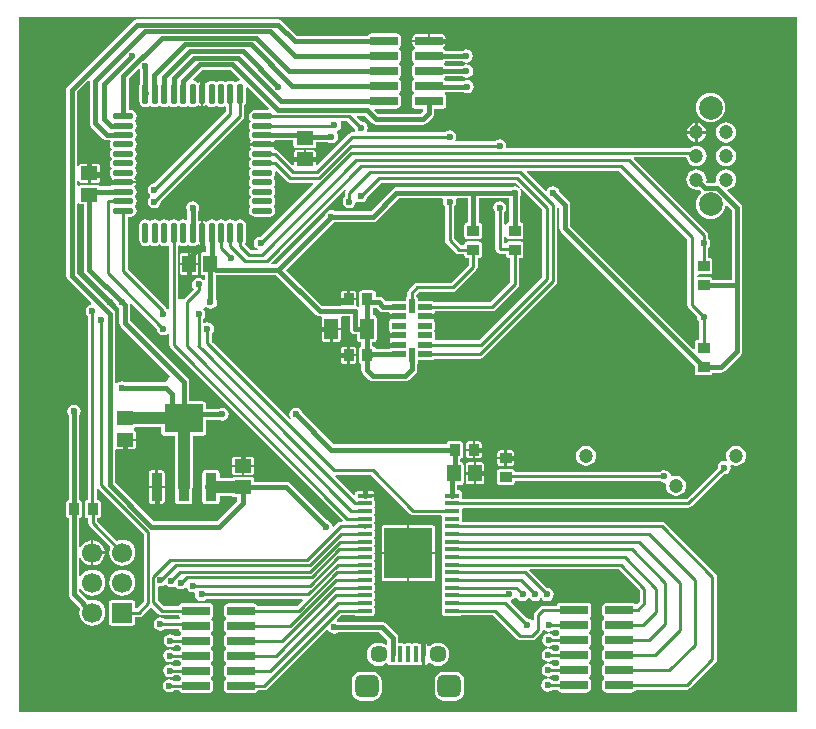
<source format=gtl>
G04 Layer_Physical_Order=1*
G04 Layer_Color=255*
%FSLAX25Y25*%
%MOIN*%
G70*
G01*
G75*
%ADD10R,0.09449X0.02992*%
G04:AMPARAMS|DCode=11|XSize=94.49mil|YSize=29.92mil|CornerRadius=7.48mil|HoleSize=0mil|Usage=FLASHONLY|Rotation=180.000|XOffset=0mil|YOffset=0mil|HoleType=Round|Shape=RoundedRectangle|*
%AMROUNDEDRECTD11*
21,1,0.09449,0.01496,0,0,180.0*
21,1,0.07953,0.02992,0,0,180.0*
1,1,0.01496,-0.03976,0.00748*
1,1,0.01496,0.03976,0.00748*
1,1,0.01496,0.03976,-0.00748*
1,1,0.01496,-0.03976,-0.00748*
%
%ADD11ROUNDEDRECTD11*%
%ADD12R,0.04508X0.02165*%
%ADD13R,0.02165X0.04508*%
%ADD14R,0.03740X0.09449*%
%ADD15R,0.12992X0.09449*%
%ADD16R,0.05709X0.04528*%
%ADD17R,0.03543X0.03937*%
%ADD18R,0.04528X0.07087*%
%ADD19R,0.03937X0.03543*%
%ADD20R,0.16181X0.17165*%
%ADD21R,0.04724X0.01575*%
%ADD22O,0.02165X0.06890*%
%ADD23O,0.06890X0.02165*%
%ADD24R,0.04528X0.05709*%
%ADD25R,0.01575X0.05315*%
%ADD26C,0.01575*%
%ADD27C,0.00984*%
%ADD28C,0.03937*%
%ADD29R,0.06693X0.06693*%
%ADD30C,0.06693*%
%ADD31C,0.04724*%
%ADD32C,0.05709*%
G04:AMPARAMS|DCode=33|XSize=78.74mil|YSize=74.8mil|CornerRadius=18.7mil|HoleSize=0mil|Usage=FLASHONLY|Rotation=180.000|XOffset=0mil|YOffset=0mil|HoleType=Round|Shape=RoundedRectangle|*
%AMROUNDEDRECTD33*
21,1,0.07874,0.03740,0,0,180.0*
21,1,0.04134,0.07480,0,0,180.0*
1,1,0.03740,-0.02067,0.01870*
1,1,0.03740,0.02067,0.01870*
1,1,0.03740,0.02067,-0.01870*
1,1,0.03740,-0.02067,-0.01870*
%
%ADD33ROUNDEDRECTD33*%
%ADD34C,0.02362*%
%ADD35C,0.07874*%
%ADD36C,0.02756*%
G36*
X260502Y-232943D02*
X1309D01*
Y-1309D01*
X260502D01*
Y-232943D01*
D02*
G37*
%LPC*%
G36*
X166157Y-148819D02*
X163779D01*
Y-151000D01*
X165354D01*
X165662Y-150939D01*
X165922Y-150765D01*
X166096Y-150504D01*
X166157Y-150197D01*
Y-148819D01*
D02*
G37*
G36*
X152362Y-146063D02*
X150181D01*
Y-147638D01*
X150242Y-147945D01*
X150417Y-148205D01*
X150677Y-148380D01*
X150984Y-148441D01*
X152362D01*
Y-146063D01*
D02*
G37*
G36*
X155330D02*
X153150D01*
Y-148441D01*
X154527D01*
X154835Y-148380D01*
X155095Y-148205D01*
X155269Y-147945D01*
X155330Y-147638D01*
Y-146063D01*
D02*
G37*
G36*
X162992Y-148819D02*
X160615D01*
Y-150197D01*
X160676Y-150504D01*
X160850Y-150765D01*
X161110Y-150939D01*
X161417Y-151000D01*
X162992D01*
Y-148819D01*
D02*
G37*
G36*
X152756Y-149886D02*
X150886D01*
X150579Y-149947D01*
X150318Y-150121D01*
X150144Y-150382D01*
X150083Y-150689D01*
Y-153150D01*
X152756D01*
Y-149886D01*
D02*
G37*
G36*
X155413D02*
X153543D01*
Y-153150D01*
X156216D01*
Y-150689D01*
X156155Y-150382D01*
X155981Y-150121D01*
X155721Y-149947D01*
X155413Y-149886D01*
D02*
G37*
G36*
X190157Y-144263D02*
X189284Y-144378D01*
X188470Y-144715D01*
X187771Y-145251D01*
X187234Y-145950D01*
X186897Y-146764D01*
X186782Y-147638D01*
X186897Y-148511D01*
X187234Y-149326D01*
X187771Y-150024D01*
X188470Y-150561D01*
X189284Y-150898D01*
X190157Y-151013D01*
X191031Y-150898D01*
X191845Y-150561D01*
X192544Y-150024D01*
X193081Y-149326D01*
X193418Y-148511D01*
X193533Y-147638D01*
X193418Y-146764D01*
X193081Y-145950D01*
X192544Y-145251D01*
X191845Y-144715D01*
X191031Y-144378D01*
X190157Y-144263D01*
D02*
G37*
G36*
X110630Y-114567D02*
X108449D01*
Y-116142D01*
X108510Y-116449D01*
X108684Y-116709D01*
X108945Y-116883D01*
X109252Y-116945D01*
X110630D01*
Y-114567D01*
D02*
G37*
G36*
X113598D02*
X111417D01*
Y-116945D01*
X112795D01*
X113102Y-116883D01*
X113363Y-116709D01*
X113537Y-116449D01*
X113598Y-116142D01*
Y-114567D01*
D02*
G37*
G36*
X110630Y-111402D02*
X109252D01*
X108945Y-111463D01*
X108684Y-111637D01*
X108510Y-111898D01*
X108449Y-112205D01*
Y-113779D01*
X110630D01*
Y-111402D01*
D02*
G37*
G36*
X154527Y-142898D02*
X153150D01*
Y-145276D01*
X155330D01*
Y-143701D01*
X155269Y-143394D01*
X155095Y-143133D01*
X154835Y-142959D01*
X154527Y-142898D01*
D02*
G37*
G36*
X162992Y-145851D02*
X161417D01*
X161110Y-145912D01*
X160850Y-146086D01*
X160676Y-146346D01*
X160615Y-146653D01*
Y-148031D01*
X162992D01*
Y-145851D01*
D02*
G37*
G36*
X165354D02*
X163779D01*
Y-148031D01*
X166157D01*
Y-146653D01*
X166096Y-146346D01*
X165922Y-146086D01*
X165662Y-145912D01*
X165354Y-145851D01*
D02*
G37*
G36*
X152362Y-142898D02*
X150984D01*
X150677Y-142959D01*
X150417Y-143133D01*
X150242Y-143394D01*
X150181Y-143701D01*
Y-145276D01*
X152362D01*
Y-142898D01*
D02*
G37*
G36*
X156216Y-153937D02*
X153543D01*
Y-157201D01*
X155413D01*
X155721Y-157139D01*
X155981Y-156965D01*
X156155Y-156705D01*
X156216Y-156398D01*
Y-153937D01*
D02*
G37*
G36*
X130512Y-180512D02*
X122012D01*
Y-188701D01*
X122073Y-189008D01*
X122247Y-189269D01*
X122508Y-189443D01*
X122815Y-189504D01*
X130512D01*
Y-180512D01*
D02*
G37*
G36*
X139799D02*
X131299D01*
Y-189504D01*
X138996D01*
X139303Y-189443D01*
X139564Y-189269D01*
X139738Y-189008D01*
X139799Y-188701D01*
Y-180512D01*
D02*
G37*
G36*
X29708Y-180354D02*
X25984D01*
Y-184078D01*
X26670Y-183988D01*
X27675Y-183572D01*
X28539Y-182909D01*
X29201Y-182045D01*
X29618Y-181040D01*
X29708Y-180354D01*
D02*
G37*
G36*
X35591Y-185593D02*
X34460Y-185741D01*
X33406Y-186178D01*
X32502Y-186872D01*
X31808Y-187777D01*
X31371Y-188830D01*
X31223Y-189961D01*
X31371Y-191091D01*
X31808Y-192145D01*
X32502Y-193049D01*
X33406Y-193744D01*
X34460Y-194180D01*
X35591Y-194329D01*
X36721Y-194180D01*
X37775Y-193744D01*
X38679Y-193049D01*
X39373Y-192145D01*
X39810Y-191091D01*
X39959Y-189961D01*
X39810Y-188830D01*
X39373Y-187777D01*
X38679Y-186872D01*
X37775Y-186178D01*
X36721Y-185741D01*
X35591Y-185593D01*
D02*
G37*
G36*
X119125Y-219759D02*
X114991D01*
X114246Y-219857D01*
X113551Y-220145D01*
X112955Y-220602D01*
X112497Y-221198D01*
X112210Y-221893D01*
X112112Y-222638D01*
Y-226378D01*
X112210Y-227123D01*
X112497Y-227817D01*
X112955Y-228414D01*
X113551Y-228871D01*
X114246Y-229159D01*
X114991Y-229257D01*
X119125D01*
X119870Y-229159D01*
X120564Y-228871D01*
X121160Y-228414D01*
X121618Y-227817D01*
X121906Y-227123D01*
X122004Y-226378D01*
Y-222638D01*
X121906Y-221893D01*
X121618Y-221198D01*
X121160Y-220602D01*
X120564Y-220145D01*
X119870Y-219857D01*
X119125Y-219759D01*
D02*
G37*
G36*
X146684D02*
X142550D01*
X141805Y-219857D01*
X141110Y-220145D01*
X140514Y-220602D01*
X140057Y-221198D01*
X139769Y-221893D01*
X139671Y-222638D01*
Y-226378D01*
X139769Y-227123D01*
X140057Y-227817D01*
X140514Y-228414D01*
X141110Y-228871D01*
X141805Y-229159D01*
X142550Y-229257D01*
X146684D01*
X147429Y-229159D01*
X148123Y-228871D01*
X148719Y-228414D01*
X149177Y-227817D01*
X149464Y-227123D01*
X149563Y-226378D01*
Y-222638D01*
X149464Y-221893D01*
X149177Y-221198D01*
X148719Y-220602D01*
X148123Y-220145D01*
X147429Y-219857D01*
X146684Y-219759D01*
D02*
G37*
G36*
X140680Y-210006D02*
X139678Y-210138D01*
X138744Y-210525D01*
X138026Y-211075D01*
X137694Y-211018D01*
X137485Y-210915D01*
X137484Y-210913D01*
X137310Y-210653D01*
X137050Y-210479D01*
X136743Y-210418D01*
X136349D01*
Y-213878D01*
Y-217338D01*
X136743D01*
X137050Y-217277D01*
X137310Y-217103D01*
X137484Y-216843D01*
X137485Y-216841D01*
X137694Y-216738D01*
X138026Y-216681D01*
X138744Y-217231D01*
X139678Y-217618D01*
X140680Y-217750D01*
X141682Y-217618D01*
X142616Y-217231D01*
X143417Y-216616D01*
X144033Y-215814D01*
X144420Y-214880D01*
X144551Y-213878D01*
X144420Y-212876D01*
X144033Y-211942D01*
X143417Y-211140D01*
X142616Y-210525D01*
X141682Y-210138D01*
X140680Y-210006D01*
D02*
G37*
G36*
X165354Y-151949D02*
X161417D01*
X161033Y-152026D01*
X160708Y-152243D01*
X160490Y-152569D01*
X160414Y-152953D01*
Y-156496D01*
X160490Y-156880D01*
X160708Y-157206D01*
X161033Y-157423D01*
X161417Y-157500D01*
X165354D01*
X165738Y-157423D01*
X166064Y-157206D01*
X166281Y-156880D01*
X166358Y-156496D01*
Y-156033D01*
X214701D01*
X214738Y-156089D01*
X215454Y-156567D01*
X216299Y-156735D01*
X216399Y-156715D01*
X216848Y-157136D01*
X216782Y-157638D01*
X216897Y-158511D01*
X217234Y-159326D01*
X217771Y-160024D01*
X218470Y-160561D01*
X219284Y-160898D01*
X220158Y-161013D01*
X221031Y-160898D01*
X221845Y-160561D01*
X222544Y-160024D01*
X223081Y-159326D01*
X223418Y-158511D01*
X223533Y-157638D01*
X223418Y-156764D01*
X223081Y-155950D01*
X222544Y-155251D01*
X221845Y-154715D01*
X221031Y-154377D01*
X220158Y-154262D01*
X219284Y-154377D01*
X218983Y-154502D01*
X218439Y-154186D01*
X218339Y-153683D01*
X217860Y-152966D01*
X217144Y-152488D01*
X216299Y-152320D01*
X215454Y-152488D01*
X214738Y-152966D01*
X214701Y-153022D01*
X166358D01*
Y-152953D01*
X166281Y-152569D01*
X166064Y-152243D01*
X165738Y-152026D01*
X165354Y-151949D01*
D02*
G37*
G36*
X118701Y-159335D02*
X116732D01*
Y-160531D01*
X119504D01*
Y-160138D01*
X119442Y-159831D01*
X119269Y-159570D01*
X119008Y-159396D01*
X118701Y-159335D01*
D02*
G37*
G36*
X152756Y-153937D02*
X150083D01*
Y-156398D01*
X150144Y-156705D01*
X150318Y-156965D01*
X150579Y-157139D01*
X150886Y-157201D01*
X152756D01*
Y-153937D01*
D02*
G37*
G36*
X25984Y-175843D02*
Y-179567D01*
X29708D01*
X29618Y-178882D01*
X29201Y-177876D01*
X28539Y-177012D01*
X27675Y-176350D01*
X26670Y-175933D01*
X25984Y-175843D01*
D02*
G37*
G36*
X19488Y-130666D02*
X18643Y-130834D01*
X17927Y-131313D01*
X17448Y-132029D01*
X17280Y-132874D01*
X17448Y-133719D01*
X17682Y-134068D01*
Y-162389D01*
X17333Y-162459D01*
X17007Y-162676D01*
X16789Y-163002D01*
X16713Y-163386D01*
Y-167323D01*
X16789Y-167707D01*
X17007Y-168032D01*
X17333Y-168250D01*
X17682Y-168319D01*
Y-193858D01*
X17819Y-194550D01*
X18211Y-195136D01*
X21528Y-198452D01*
X21371Y-198830D01*
X21223Y-199961D01*
X21371Y-201091D01*
X21808Y-202145D01*
X22502Y-203049D01*
X23406Y-203744D01*
X24460Y-204180D01*
X25591Y-204329D01*
X26721Y-204180D01*
X27775Y-203744D01*
X28679Y-203049D01*
X29373Y-202145D01*
X29810Y-201091D01*
X29959Y-199961D01*
X29810Y-198830D01*
X29373Y-197777D01*
X28679Y-196872D01*
X27775Y-196178D01*
X26721Y-195741D01*
X25591Y-195593D01*
X24460Y-195741D01*
X24082Y-195898D01*
X21295Y-193110D01*
Y-192212D01*
X21795Y-192113D01*
X21808Y-192145D01*
X22502Y-193049D01*
X23406Y-193744D01*
X24460Y-194180D01*
X25591Y-194329D01*
X26721Y-194180D01*
X27775Y-193744D01*
X28679Y-193049D01*
X29373Y-192145D01*
X29810Y-191091D01*
X29959Y-189961D01*
X29810Y-188830D01*
X29373Y-187777D01*
X28679Y-186872D01*
X27775Y-186178D01*
X26721Y-185741D01*
X25591Y-185593D01*
X24460Y-185741D01*
X23406Y-186178D01*
X22502Y-186872D01*
X21808Y-187777D01*
X21795Y-187808D01*
X21295Y-187709D01*
Y-181698D01*
X21795Y-181599D01*
X21980Y-182045D01*
X22642Y-182909D01*
X23506Y-183572D01*
X24511Y-183988D01*
X25197Y-184078D01*
Y-179961D01*
Y-175843D01*
X24511Y-175933D01*
X23506Y-176350D01*
X22642Y-177012D01*
X21980Y-177876D01*
X21795Y-178323D01*
X21295Y-178223D01*
Y-168319D01*
X21644Y-168250D01*
X21970Y-168032D01*
X22187Y-167707D01*
X22263Y-167323D01*
Y-163386D01*
X22187Y-163002D01*
X21970Y-162676D01*
X21644Y-162459D01*
X21295Y-162389D01*
Y-134068D01*
X21528Y-133719D01*
X21696Y-132874D01*
X21528Y-132029D01*
X21049Y-131313D01*
X20333Y-130834D01*
X19488Y-130666D01*
D02*
G37*
G36*
X130512Y-170733D02*
X122815D01*
X122508Y-170794D01*
X122247Y-170968D01*
X122073Y-171228D01*
X122012Y-171535D01*
Y-179724D01*
X130512D01*
Y-170733D01*
D02*
G37*
G36*
X138996D02*
X131299D01*
Y-179724D01*
X139799D01*
Y-171535D01*
X139738Y-171228D01*
X139564Y-170968D01*
X139303Y-170794D01*
X138996Y-170733D01*
D02*
G37*
G36*
X231693Y-26631D02*
X230408Y-26800D01*
X229211Y-27296D01*
X228183Y-28085D01*
X227394Y-29113D01*
X226898Y-30310D01*
X226729Y-31594D01*
X226898Y-32879D01*
X227394Y-34076D01*
X228183Y-35104D01*
X229211Y-35893D01*
X230408Y-36389D01*
X231693Y-36558D01*
X232978Y-36389D01*
X234175Y-35893D01*
X235203Y-35104D01*
X235992Y-34076D01*
X236488Y-32879D01*
X236657Y-31594D01*
X236488Y-30310D01*
X235992Y-29113D01*
X235203Y-28085D01*
X234175Y-27296D01*
X232978Y-26800D01*
X231693Y-26631D01*
D02*
G37*
G36*
X227362Y-36737D02*
Y-39469D01*
X230093D01*
X230037Y-39040D01*
X229720Y-38274D01*
X229215Y-37616D01*
X228557Y-37111D01*
X227791Y-36794D01*
X227362Y-36737D01*
D02*
G37*
G36*
X137402Y-7096D02*
X133819D01*
X133220Y-7215D01*
X132712Y-7554D01*
X132373Y-8062D01*
X132253Y-8661D01*
Y-9016D01*
X137402D01*
Y-7096D01*
D02*
G37*
G36*
X87598Y-2131D02*
X40354D01*
X39663Y-2268D01*
X39077Y-2660D01*
X17424Y-24313D01*
X17032Y-24899D01*
X16894Y-25591D01*
Y-87598D01*
X17032Y-88290D01*
X17424Y-88876D01*
X25298Y-96750D01*
X25133Y-97293D01*
X24746Y-97370D01*
X24029Y-97848D01*
X23551Y-98565D01*
X23383Y-99410D01*
X23551Y-100254D01*
X24029Y-100971D01*
X24085Y-101008D01*
Y-162382D01*
X24016D01*
X23632Y-162459D01*
X23306Y-162676D01*
X23089Y-163002D01*
X23012Y-163386D01*
Y-167323D01*
X23089Y-167707D01*
X23306Y-168032D01*
X23632Y-168250D01*
X24016Y-168326D01*
X24282D01*
Y-170158D01*
X24397Y-170733D01*
X24723Y-171222D01*
X31653Y-178151D01*
X31371Y-178830D01*
X31223Y-179961D01*
X31371Y-181091D01*
X31808Y-182145D01*
X32502Y-183049D01*
X33406Y-183744D01*
X34460Y-184180D01*
X35591Y-184329D01*
X36721Y-184180D01*
X37775Y-183744D01*
X38679Y-183049D01*
X39373Y-182145D01*
X39810Y-181091D01*
X39959Y-179961D01*
X39810Y-178830D01*
X39373Y-177777D01*
X38679Y-176872D01*
X37775Y-176178D01*
X36721Y-175741D01*
X35591Y-175593D01*
X34460Y-175741D01*
X33781Y-176023D01*
X27293Y-169534D01*
Y-168326D01*
X27559D01*
X27943Y-168250D01*
X28269Y-168032D01*
X28486Y-167707D01*
X28563Y-167323D01*
Y-163386D01*
X28486Y-163002D01*
X28269Y-162676D01*
X27943Y-162459D01*
X27559Y-162382D01*
X27096D01*
Y-158844D01*
X27134Y-158815D01*
X27596Y-158662D01*
X42786Y-173852D01*
Y-196227D01*
X40558Y-198455D01*
X39941D01*
Y-196614D01*
X39864Y-196230D01*
X39647Y-195905D01*
X39321Y-195687D01*
X38937Y-195611D01*
X32244D01*
X31860Y-195687D01*
X31534Y-195905D01*
X31317Y-196230D01*
X31241Y-196614D01*
Y-203307D01*
X31317Y-203691D01*
X31534Y-204017D01*
X31860Y-204234D01*
X32244Y-204311D01*
X38937D01*
X39321Y-204234D01*
X39647Y-204017D01*
X39864Y-203691D01*
X39941Y-203307D01*
Y-201466D01*
X41181D01*
X41757Y-201351D01*
X42246Y-201025D01*
X45276Y-197995D01*
X47636Y-200356D01*
X48125Y-200682D01*
X48701Y-200797D01*
X54471D01*
X54545Y-201171D01*
X54763Y-201497D01*
X54785Y-202090D01*
X54686Y-202235D01*
X49827D01*
X49790Y-202179D01*
X49073Y-201700D01*
X48228Y-201532D01*
X47383Y-201700D01*
X46667Y-202179D01*
X46189Y-202895D01*
X46021Y-203740D01*
X46189Y-204585D01*
X46667Y-205301D01*
X47383Y-205780D01*
X48228Y-205948D01*
X49073Y-205780D01*
X49790Y-205301D01*
X49827Y-205245D01*
X54495D01*
X54589Y-205715D01*
X54972Y-206288D01*
X55279Y-206493D01*
Y-207089D01*
X54972Y-207294D01*
X54643Y-207786D01*
X53134D01*
X53097Y-207730D01*
X52380Y-207252D01*
X51535Y-207084D01*
X50691Y-207252D01*
X49974Y-207730D01*
X49496Y-208447D01*
X49328Y-209291D01*
X49496Y-210136D01*
X49974Y-210853D01*
X50691Y-211331D01*
X51535Y-211499D01*
X52380Y-211331D01*
X53097Y-210853D01*
X53134Y-210797D01*
X54643D01*
X54972Y-211288D01*
X55279Y-211493D01*
Y-212089D01*
X54972Y-212294D01*
X54643Y-212786D01*
X53055D01*
X53018Y-212730D01*
X52302Y-212252D01*
X51457Y-212084D01*
X50612Y-212252D01*
X49896Y-212730D01*
X49417Y-213446D01*
X49249Y-214291D01*
X49417Y-215136D01*
X49896Y-215852D01*
X50612Y-216331D01*
X51457Y-216499D01*
X52302Y-216331D01*
X53018Y-215852D01*
X53055Y-215797D01*
X54643D01*
X54972Y-216288D01*
X55279Y-216493D01*
Y-217089D01*
X54972Y-217294D01*
X54643Y-217786D01*
X52976D01*
X52939Y-217730D01*
X52223Y-217252D01*
X51378Y-217084D01*
X50533Y-217252D01*
X49817Y-217730D01*
X49338Y-218446D01*
X49170Y-219291D01*
X49338Y-220136D01*
X49817Y-220852D01*
X50533Y-221331D01*
X51378Y-221499D01*
X52223Y-221331D01*
X52939Y-220852D01*
X52976Y-220797D01*
X54643D01*
X54972Y-221288D01*
X55279Y-221493D01*
Y-222089D01*
X54972Y-222294D01*
X54643Y-222786D01*
X52898D01*
X52860Y-222730D01*
X52144Y-222252D01*
X51299Y-222084D01*
X50454Y-222252D01*
X49738Y-222730D01*
X49259Y-223446D01*
X49091Y-224291D01*
X49259Y-225136D01*
X49738Y-225852D01*
X50454Y-226331D01*
X51299Y-226499D01*
X52144Y-226331D01*
X52860Y-225852D01*
X52898Y-225797D01*
X54643D01*
X54972Y-226288D01*
X55545Y-226671D01*
X56221Y-226806D01*
X64173D01*
X64849Y-226671D01*
X65422Y-226288D01*
X65805Y-225715D01*
X65939Y-225039D01*
Y-223543D01*
X65805Y-222867D01*
X65422Y-222294D01*
X65115Y-222089D01*
Y-221493D01*
X65422Y-221288D01*
X65805Y-220715D01*
X65939Y-220039D01*
Y-218543D01*
X65805Y-217867D01*
X65422Y-217294D01*
X65115Y-217089D01*
Y-216493D01*
X65422Y-216288D01*
X65805Y-215715D01*
X65939Y-215039D01*
Y-213543D01*
X65805Y-212867D01*
X65422Y-212294D01*
X65115Y-212089D01*
Y-211493D01*
X65422Y-211288D01*
X65805Y-210715D01*
X65939Y-210039D01*
Y-208543D01*
X65805Y-207867D01*
X65422Y-207294D01*
X65115Y-207089D01*
Y-206493D01*
X65422Y-206288D01*
X65805Y-205715D01*
X65939Y-205039D01*
Y-203543D01*
X65805Y-202867D01*
X65422Y-202294D01*
X65315Y-202222D01*
X65310Y-201997D01*
X65380Y-201665D01*
X65631Y-201497D01*
X65848Y-201171D01*
X65925Y-200787D01*
Y-197795D01*
X65848Y-197411D01*
X65631Y-197086D01*
X65305Y-196868D01*
X64921Y-196792D01*
X55472D01*
X55088Y-196868D01*
X54763Y-197086D01*
X54545Y-197411D01*
X54471Y-197786D01*
X49324D01*
X47431Y-195892D01*
Y-191419D01*
X47817Y-191102D01*
X48228Y-191184D01*
X49073Y-191016D01*
X49790Y-190538D01*
X50079D01*
X50289Y-190852D01*
X51006Y-191331D01*
X51850Y-191499D01*
X52695Y-191331D01*
X53203Y-190992D01*
X53557Y-191521D01*
X54273Y-192000D01*
X55118Y-192168D01*
X55963Y-192000D01*
X56479Y-191655D01*
X56984Y-191782D01*
X57044Y-191833D01*
X57494Y-192506D01*
X58210Y-192984D01*
X59055Y-193152D01*
X59454Y-193073D01*
X59879Y-193498D01*
X59800Y-193897D01*
X59968Y-194742D01*
X60447Y-195458D01*
X61163Y-195937D01*
X62008Y-196105D01*
X62853Y-195937D01*
X63569Y-195458D01*
X63606Y-195403D01*
X95478D01*
X95670Y-195864D01*
X93748Y-197786D01*
X80751D01*
X80422Y-197294D01*
X79849Y-196912D01*
X79173Y-196777D01*
X71220D01*
X70545Y-196912D01*
X69972Y-197294D01*
X69589Y-197867D01*
X69454Y-198543D01*
Y-200039D01*
X69589Y-200715D01*
X69972Y-201288D01*
X70279Y-201493D01*
Y-202089D01*
X69972Y-202294D01*
X69589Y-202867D01*
X69454Y-203543D01*
Y-205039D01*
X69589Y-205715D01*
X69972Y-206288D01*
X70279Y-206493D01*
Y-207089D01*
X69972Y-207294D01*
X69589Y-207867D01*
X69454Y-208543D01*
Y-210039D01*
X69589Y-210715D01*
X69972Y-211288D01*
X70279Y-211493D01*
Y-212089D01*
X69972Y-212294D01*
X69589Y-212867D01*
X69454Y-213543D01*
Y-215039D01*
X69589Y-215715D01*
X69972Y-216288D01*
X70279Y-216493D01*
Y-217089D01*
X69972Y-217294D01*
X69589Y-217867D01*
X69454Y-218543D01*
Y-220039D01*
X69589Y-220715D01*
X69972Y-221288D01*
X70279Y-221493D01*
Y-222089D01*
X69972Y-222294D01*
X69589Y-222867D01*
X69454Y-223543D01*
Y-225039D01*
X69589Y-225715D01*
X69972Y-226288D01*
X70545Y-226671D01*
X71220Y-226806D01*
X79173D01*
X79849Y-226671D01*
X80422Y-226288D01*
X80751Y-225797D01*
X82795D01*
X83371Y-225682D01*
X83860Y-225356D01*
X103789Y-205427D01*
X104048Y-205505D01*
X104297Y-205626D01*
X104738Y-206286D01*
X105454Y-206764D01*
X106299Y-206932D01*
X107144Y-206764D01*
X107493Y-206531D01*
X121299D01*
X123913Y-209144D01*
Y-210648D01*
X123413Y-210895D01*
X122931Y-210525D01*
X121997Y-210138D01*
X120995Y-210006D01*
X119993Y-210138D01*
X119059Y-210525D01*
X118257Y-211140D01*
X117642Y-211942D01*
X117255Y-212876D01*
X117123Y-213878D01*
X117255Y-214880D01*
X117642Y-215814D01*
X118257Y-216616D01*
X119059Y-217231D01*
X119993Y-217618D01*
X120995Y-217750D01*
X121997Y-217618D01*
X122931Y-217231D01*
X123474Y-216814D01*
X123858Y-216890D01*
X124051Y-216988D01*
X124222Y-217245D01*
X124548Y-217463D01*
X124932Y-217539D01*
X126506D01*
X126891Y-217463D01*
X126999Y-217390D01*
X127107Y-217463D01*
X127491Y-217539D01*
X129066D01*
X129450Y-217463D01*
X129558Y-217390D01*
X129666Y-217463D01*
X130050Y-217539D01*
X131625D01*
X132009Y-217463D01*
X132117Y-217390D01*
X132225Y-217463D01*
X132609Y-217539D01*
X134184D01*
X134568Y-217463D01*
X134853Y-217272D01*
X134861Y-217277D01*
X135168Y-217338D01*
X135562D01*
Y-213878D01*
Y-210418D01*
X135168D01*
X134861Y-210479D01*
X134853Y-210484D01*
X134568Y-210293D01*
X134184Y-210217D01*
X132609D01*
X132225Y-210293D01*
X132117Y-210366D01*
X132009Y-210293D01*
X131625Y-210217D01*
X130050D01*
X129666Y-210293D01*
X129558Y-210366D01*
X129450Y-210293D01*
X129066Y-210217D01*
X127525D01*
Y-208396D01*
X127388Y-207705D01*
X126996Y-207119D01*
X123325Y-203447D01*
X122739Y-203056D01*
X122047Y-202918D01*
X107493D01*
X107200Y-202722D01*
X107080Y-202473D01*
X107001Y-202214D01*
X108399Y-200816D01*
X113279D01*
X113592Y-201026D01*
X113976Y-201102D01*
X118701D01*
X119085Y-201026D01*
X119410Y-200808D01*
X119628Y-200483D01*
X119704Y-200098D01*
Y-198524D01*
X119628Y-198140D01*
X119556Y-198031D01*
X119628Y-197923D01*
X119704Y-197539D01*
Y-195965D01*
X119628Y-195580D01*
X119556Y-195472D01*
X119628Y-195364D01*
X119704Y-194980D01*
Y-193405D01*
X119628Y-193022D01*
X119556Y-192913D01*
X119628Y-192805D01*
X119704Y-192421D01*
Y-190847D01*
X119628Y-190462D01*
X119556Y-190354D01*
X119628Y-190246D01*
X119704Y-189862D01*
Y-188287D01*
X119628Y-187903D01*
X119556Y-187795D01*
X119628Y-187687D01*
X119704Y-187303D01*
Y-185728D01*
X119628Y-185344D01*
X119556Y-185236D01*
X119628Y-185128D01*
X119704Y-184744D01*
Y-183169D01*
X119628Y-182785D01*
X119556Y-182677D01*
X119628Y-182569D01*
X119704Y-182185D01*
Y-180610D01*
X119628Y-180226D01*
X119556Y-180118D01*
X119628Y-180010D01*
X119704Y-179626D01*
Y-178051D01*
X119628Y-177667D01*
X119556Y-177559D01*
X119628Y-177451D01*
X119704Y-177067D01*
Y-175492D01*
X119628Y-175108D01*
X119556Y-175000D01*
X119628Y-174892D01*
X119704Y-174508D01*
Y-172933D01*
X119628Y-172549D01*
X119556Y-172441D01*
X119628Y-172333D01*
X119704Y-171949D01*
Y-170374D01*
X119628Y-169990D01*
X119556Y-169882D01*
X119628Y-169774D01*
X119704Y-169390D01*
Y-167815D01*
X119628Y-167431D01*
X119556Y-167323D01*
X119628Y-167215D01*
X119704Y-166831D01*
Y-165256D01*
X119628Y-164872D01*
X119556Y-164764D01*
X119628Y-164656D01*
X119704Y-164272D01*
Y-162697D01*
X119628Y-162313D01*
X119437Y-162028D01*
X119442Y-162020D01*
X119504Y-161713D01*
Y-161319D01*
X116339D01*
Y-160925D01*
X115945D01*
Y-159335D01*
X113976D01*
X113669Y-159396D01*
X113409Y-159570D01*
X113235Y-159831D01*
X113174Y-160138D01*
Y-160588D01*
X112712Y-160780D01*
X106496Y-154564D01*
X106703Y-154064D01*
X118471D01*
X131514Y-167108D01*
X132003Y-167434D01*
X132579Y-167549D01*
X141888D01*
X142107Y-167815D01*
Y-169390D01*
X142183Y-169774D01*
X142255Y-169882D01*
X142183Y-169990D01*
X142107Y-170374D01*
Y-171949D01*
X142183Y-172333D01*
X142255Y-172441D01*
X142183Y-172549D01*
X142107Y-172933D01*
Y-174508D01*
X142183Y-174892D01*
X142255Y-175000D01*
X142183Y-175108D01*
X142107Y-175492D01*
Y-177067D01*
X142183Y-177451D01*
X142255Y-177559D01*
X142183Y-177667D01*
X142107Y-178051D01*
Y-179626D01*
X142183Y-180010D01*
X142255Y-180118D01*
X142183Y-180226D01*
X142107Y-180610D01*
Y-182185D01*
X142183Y-182569D01*
X142255Y-182677D01*
X142183Y-182785D01*
X142107Y-183169D01*
Y-184744D01*
X142183Y-185128D01*
X142255Y-185236D01*
X142183Y-185344D01*
X142107Y-185728D01*
Y-187303D01*
X142183Y-187687D01*
X142255Y-187795D01*
X142183Y-187903D01*
X142107Y-188287D01*
Y-189862D01*
X142183Y-190246D01*
X142255Y-190354D01*
X142183Y-190462D01*
X142107Y-190847D01*
Y-192421D01*
X142183Y-192805D01*
X142255Y-192913D01*
X142183Y-193022D01*
X142107Y-193405D01*
Y-194980D01*
X142183Y-195364D01*
X142255Y-195472D01*
X142183Y-195580D01*
X142107Y-195965D01*
Y-197539D01*
X142183Y-197923D01*
X142255Y-198031D01*
X142183Y-198140D01*
X142107Y-198524D01*
Y-200098D01*
X142183Y-200483D01*
X142401Y-200808D01*
X142726Y-201026D01*
X143110Y-201102D01*
X147835D01*
X148219Y-201026D01*
X148532Y-200816D01*
X159317D01*
X167243Y-208742D01*
X167731Y-209068D01*
X168307Y-209183D01*
X172244D01*
X172820Y-209068D01*
X173309Y-208742D01*
X175277Y-206773D01*
X175603Y-206285D01*
X175707Y-205766D01*
X175862Y-205686D01*
X176218Y-205631D01*
X176234Y-205656D01*
X176950Y-206134D01*
X177795Y-206302D01*
X178640Y-206134D01*
X179356Y-205656D01*
X179394Y-205600D01*
X180667D01*
X180995Y-206091D01*
X181302Y-206297D01*
Y-206892D01*
X180995Y-207098D01*
X180667Y-207589D01*
X179315D01*
X179278Y-207533D01*
X178561Y-207055D01*
X177717Y-206887D01*
X176872Y-207055D01*
X176155Y-207533D01*
X175677Y-208250D01*
X175509Y-209095D01*
X175677Y-209939D01*
X176155Y-210656D01*
X176872Y-211134D01*
X177717Y-211302D01*
X178561Y-211134D01*
X179278Y-210656D01*
X179315Y-210600D01*
X180667D01*
X180995Y-211091D01*
X181302Y-211297D01*
Y-211892D01*
X180995Y-212098D01*
X180667Y-212589D01*
X179236D01*
X179199Y-212533D01*
X178483Y-212055D01*
X177638Y-211887D01*
X176793Y-212055D01*
X176077Y-212533D01*
X175598Y-213250D01*
X175430Y-214094D01*
X175598Y-214939D01*
X176077Y-215656D01*
X176793Y-216134D01*
X177638Y-216302D01*
X178483Y-216134D01*
X179199Y-215656D01*
X179236Y-215600D01*
X180667D01*
X180995Y-216091D01*
X181302Y-216297D01*
Y-216892D01*
X180995Y-217098D01*
X180667Y-217589D01*
X179157D01*
X179120Y-217533D01*
X178404Y-217055D01*
X177559Y-216887D01*
X176714Y-217055D01*
X175998Y-217533D01*
X175519Y-218250D01*
X175351Y-219094D01*
X175519Y-219939D01*
X175998Y-220656D01*
X176714Y-221134D01*
X177559Y-221302D01*
X178404Y-221134D01*
X179120Y-220656D01*
X179157Y-220600D01*
X180667D01*
X180995Y-221091D01*
X181302Y-221297D01*
Y-221892D01*
X180995Y-222098D01*
X180667Y-222589D01*
X179079D01*
X179041Y-222533D01*
X178325Y-222055D01*
X177480Y-221887D01*
X176635Y-222055D01*
X175919Y-222533D01*
X175441Y-223250D01*
X175273Y-224095D01*
X175441Y-224939D01*
X175919Y-225656D01*
X176635Y-226134D01*
X177480Y-226302D01*
X178325Y-226134D01*
X179041Y-225656D01*
X179079Y-225600D01*
X180667D01*
X180995Y-226091D01*
X181568Y-226474D01*
X182244Y-226609D01*
X190197D01*
X190873Y-226474D01*
X191446Y-226091D01*
X191829Y-225518D01*
X191963Y-224843D01*
Y-223346D01*
X191829Y-222671D01*
X191446Y-222098D01*
X191139Y-221892D01*
Y-221297D01*
X191446Y-221091D01*
X191829Y-220518D01*
X191963Y-219843D01*
Y-218347D01*
X191829Y-217671D01*
X191446Y-217098D01*
X191139Y-216892D01*
Y-216297D01*
X191446Y-216091D01*
X191829Y-215518D01*
X191963Y-214843D01*
Y-213347D01*
X191829Y-212671D01*
X191446Y-212098D01*
X191139Y-211892D01*
Y-211297D01*
X191446Y-211091D01*
X191829Y-210518D01*
X191963Y-209842D01*
Y-208347D01*
X191829Y-207671D01*
X191446Y-207098D01*
X191139Y-206892D01*
Y-206297D01*
X191446Y-206091D01*
X191829Y-205518D01*
X191963Y-204842D01*
Y-203346D01*
X191829Y-202671D01*
X191446Y-202098D01*
X191338Y-202026D01*
X191334Y-201801D01*
X191403Y-201468D01*
X191655Y-201300D01*
X191872Y-200975D01*
X191948Y-200591D01*
Y-197598D01*
X191872Y-197214D01*
X191655Y-196889D01*
X191329Y-196671D01*
X190945Y-196595D01*
X181496D01*
X181112Y-196671D01*
X180787Y-196889D01*
X180569Y-197214D01*
X180494Y-197589D01*
X175906D01*
X175329Y-197704D01*
X174841Y-198030D01*
X173148Y-199723D01*
X172822Y-200211D01*
X172707Y-200787D01*
Y-202406D01*
X172207Y-202558D01*
X172191Y-202533D01*
X171475Y-202055D01*
X170630Y-201887D01*
X170564Y-201900D01*
X165072Y-196408D01*
X165151Y-196149D01*
X165271Y-195900D01*
X165931Y-195459D01*
X166410Y-194743D01*
X166438Y-194601D01*
X166948D01*
X166976Y-194743D01*
X167455Y-195459D01*
X168171Y-195937D01*
X169016Y-196105D01*
X169861Y-195937D01*
X170577Y-195459D01*
X170821Y-195093D01*
X171423D01*
X171667Y-195458D01*
X172383Y-195937D01*
X173228Y-196105D01*
X174073Y-195937D01*
X174789Y-195458D01*
X174947Y-195223D01*
X175447D01*
X175604Y-195459D01*
X176321Y-195937D01*
X177165Y-196105D01*
X178010Y-195937D01*
X178726Y-195459D01*
X179205Y-194743D01*
X179373Y-193898D01*
X179205Y-193053D01*
X178726Y-192336D01*
X178010Y-191858D01*
X177165Y-191690D01*
X177100Y-191703D01*
X171320Y-185924D01*
X171512Y-185462D01*
X201050D01*
X208140Y-192553D01*
Y-196227D01*
X207136Y-197231D01*
X206493Y-197168D01*
X206446Y-197098D01*
X205873Y-196715D01*
X205197Y-196580D01*
X197244D01*
X196568Y-196715D01*
X195995Y-197098D01*
X195612Y-197671D01*
X195478Y-198346D01*
Y-199843D01*
X195612Y-200518D01*
X195995Y-201091D01*
X196302Y-201297D01*
Y-201892D01*
X195995Y-202098D01*
X195612Y-202671D01*
X195478Y-203346D01*
Y-204842D01*
X195612Y-205518D01*
X195995Y-206091D01*
X196302Y-206297D01*
Y-206892D01*
X195995Y-207098D01*
X195612Y-207671D01*
X195478Y-208347D01*
Y-209842D01*
X195612Y-210518D01*
X195995Y-211091D01*
X196302Y-211297D01*
Y-211892D01*
X195995Y-212098D01*
X195612Y-212671D01*
X195478Y-213347D01*
Y-214843D01*
X195612Y-215518D01*
X195995Y-216091D01*
X196302Y-216297D01*
Y-216892D01*
X195995Y-217098D01*
X195612Y-217671D01*
X195478Y-218347D01*
Y-219843D01*
X195612Y-220518D01*
X195995Y-221091D01*
X196302Y-221297D01*
Y-221892D01*
X195995Y-222098D01*
X195612Y-222671D01*
X195478Y-223346D01*
Y-224843D01*
X195612Y-225518D01*
X195995Y-226091D01*
X196568Y-226474D01*
X197244Y-226609D01*
X205197D01*
X205873Y-226474D01*
X206446Y-226091D01*
X206774Y-225600D01*
X223740D01*
X224316Y-225485D01*
X224805Y-225159D01*
X233348Y-216616D01*
X233674Y-216127D01*
X233789Y-215551D01*
Y-187992D01*
X233674Y-187416D01*
X233348Y-186928D01*
X216517Y-170097D01*
X216029Y-169771D01*
X215453Y-169656D01*
X149057D01*
X148838Y-169390D01*
Y-167815D01*
X148762Y-167431D01*
X148690Y-167323D01*
X148762Y-167215D01*
X148838Y-166831D01*
Y-165256D01*
X149057Y-164990D01*
X224311D01*
X224887Y-164875D01*
X225375Y-164549D01*
X236155Y-153770D01*
X236221Y-153783D01*
X237065Y-153614D01*
X237782Y-153136D01*
X238260Y-152420D01*
X238428Y-151575D01*
X238322Y-151041D01*
X238760Y-150681D01*
X239284Y-150898D01*
X240158Y-151013D01*
X241031Y-150898D01*
X241845Y-150561D01*
X242544Y-150024D01*
X243081Y-149326D01*
X243418Y-148511D01*
X243533Y-147638D01*
X243418Y-146764D01*
X243081Y-145950D01*
X242544Y-145251D01*
X241845Y-144715D01*
X241031Y-144378D01*
X240158Y-144263D01*
X239284Y-144378D01*
X238470Y-144715D01*
X237771Y-145251D01*
X237234Y-145950D01*
X236897Y-146764D01*
X236782Y-147638D01*
X236897Y-148511D01*
X237114Y-149035D01*
X236754Y-149473D01*
X236221Y-149367D01*
X235376Y-149535D01*
X234659Y-150014D01*
X234181Y-150730D01*
X234013Y-151575D01*
X234026Y-151641D01*
X223688Y-161979D01*
X149057D01*
X148838Y-161713D01*
Y-160138D01*
X148762Y-159754D01*
X148544Y-159428D01*
X148219Y-159211D01*
X147835Y-159134D01*
X147279D01*
Y-157401D01*
X148327D01*
X148711Y-157325D01*
X149036Y-157107D01*
X149254Y-156782D01*
X149330Y-156398D01*
Y-150689D01*
X149254Y-150305D01*
X149036Y-149979D01*
X148711Y-149762D01*
X148327Y-149686D01*
X148263D01*
Y-148634D01*
X148612Y-148565D01*
X148938Y-148347D01*
X149155Y-148022D01*
X149232Y-147638D01*
Y-143701D01*
X149155Y-143317D01*
X148938Y-142991D01*
X148612Y-142774D01*
X148228Y-142697D01*
X144685D01*
X144301Y-142774D01*
X143975Y-142991D01*
X143758Y-143317D01*
X143682Y-143701D01*
Y-143863D01*
X106063D01*
X95626Y-133425D01*
X95544Y-133013D01*
X95065Y-132297D01*
X94349Y-131819D01*
X93504Y-131650D01*
X92659Y-131819D01*
X91943Y-132297D01*
X91464Y-133013D01*
X91296Y-133858D01*
X91464Y-134703D01*
X91779Y-135174D01*
X91837Y-135261D01*
X91452Y-135576D01*
X91427Y-135558D01*
X65482Y-109613D01*
Y-106913D01*
X65538Y-106876D01*
X66016Y-106160D01*
X66184Y-105315D01*
X66016Y-104470D01*
X65538Y-103754D01*
X64821Y-103275D01*
X63976Y-103107D01*
X63131Y-103275D01*
X62970Y-103383D01*
X62529Y-103147D01*
Y-101992D01*
X62585Y-101955D01*
X63063Y-101239D01*
X63231Y-100394D01*
X63063Y-99549D01*
X62585Y-98833D01*
X62582Y-98572D01*
X63375Y-98013D01*
X63399Y-98018D01*
X64116Y-98496D01*
X64961Y-98664D01*
X65806Y-98496D01*
X66522Y-98018D01*
X67000Y-97302D01*
X67168Y-96457D01*
X67000Y-95612D01*
X66767Y-95263D01*
Y-87519D01*
X67224D01*
X67608Y-87443D01*
X67618Y-87436D01*
X86850D01*
X100101Y-100687D01*
X100687Y-101078D01*
X101378Y-101216D01*
X101920D01*
X102260Y-101716D01*
X102248Y-101772D01*
Y-104921D01*
X105315D01*
X108382D01*
Y-101772D01*
X108370Y-101716D01*
X108710Y-101216D01*
X111383D01*
Y-105315D01*
X111520Y-106006D01*
X111912Y-106592D01*
X112498Y-106984D01*
X113189Y-107121D01*
X113859D01*
Y-108858D01*
X113935Y-109242D01*
X114153Y-109568D01*
X114478Y-109785D01*
X114862Y-109862D01*
X115320D01*
Y-111247D01*
X115167Y-111278D01*
X114842Y-111495D01*
X114624Y-111821D01*
X114548Y-112205D01*
Y-116142D01*
X114624Y-116526D01*
X114842Y-116851D01*
X115167Y-117069D01*
X115320Y-117099D01*
Y-119095D01*
X115457Y-119786D01*
X115849Y-120372D01*
X117817Y-122340D01*
X118403Y-122732D01*
X119095Y-122869D01*
X129921D01*
X130613Y-122732D01*
X131199Y-122340D01*
X133364Y-120175D01*
X133756Y-119589D01*
X133893Y-118898D01*
Y-117116D01*
X134096Y-116811D01*
X134173Y-116427D01*
Y-115866D01*
X138671D01*
X139055Y-115789D01*
X139381Y-115572D01*
X139573Y-115285D01*
X154921D01*
X155497Y-115170D01*
X155986Y-114844D01*
X180198Y-90631D01*
X180525Y-90143D01*
X180639Y-89567D01*
Y-65209D01*
X181139Y-64948D01*
X181264Y-65035D01*
Y-71850D01*
X181402Y-72542D01*
X181794Y-73128D01*
X226359Y-117693D01*
Y-119882D01*
X226435Y-120266D01*
X226653Y-120591D01*
X226978Y-120809D01*
X227362Y-120885D01*
X231299D01*
X231683Y-120809D01*
X232009Y-120591D01*
X232226Y-120266D01*
X232296Y-119917D01*
X235236D01*
X235928Y-119779D01*
X236513Y-119387D01*
X241789Y-114112D01*
X242181Y-113526D01*
X242318Y-112835D01*
Y-90551D01*
Y-65118D01*
X242181Y-64427D01*
X241789Y-63841D01*
X237319Y-59371D01*
X237480Y-58898D01*
X237685Y-58871D01*
X238499Y-58533D01*
X239198Y-57997D01*
X239734Y-57298D01*
X240071Y-56484D01*
X240186Y-55610D01*
X240071Y-54737D01*
X239734Y-53923D01*
X239198Y-53224D01*
X238499Y-52687D01*
X237685Y-52350D01*
X236811Y-52235D01*
X235937Y-52350D01*
X235123Y-52687D01*
X234424Y-53224D01*
X233888Y-53923D01*
X233551Y-54737D01*
X233436Y-55610D01*
X233516Y-56217D01*
X233152Y-56717D01*
X230630D01*
X230248Y-56336D01*
X230344Y-55610D01*
X230229Y-54737D01*
X229892Y-53923D01*
X229355Y-53224D01*
X228656Y-52687D01*
X227842Y-52350D01*
X226969Y-52235D01*
X226095Y-52350D01*
X225281Y-52687D01*
X224582Y-53224D01*
X224045Y-53923D01*
X223708Y-54737D01*
X223593Y-55610D01*
X223708Y-56484D01*
X224045Y-57298D01*
X224582Y-57997D01*
X225281Y-58533D01*
X226095Y-58871D01*
X226969Y-58986D01*
X227694Y-58890D01*
X228386Y-59582D01*
X228388Y-60211D01*
X228183Y-60368D01*
X227394Y-61396D01*
X226898Y-62593D01*
X226729Y-63878D01*
X226898Y-65163D01*
X227394Y-66360D01*
X228183Y-67388D01*
X229211Y-68177D01*
X230408Y-68673D01*
X231693Y-68842D01*
X232978Y-68673D01*
X234175Y-68177D01*
X235203Y-67388D01*
X235992Y-66360D01*
X236488Y-65163D01*
X236581Y-64449D01*
X237109Y-64270D01*
X238705Y-65866D01*
Y-88942D01*
X232296D01*
X232226Y-88592D01*
X232009Y-88267D01*
X231683Y-88049D01*
X231299Y-87973D01*
X227362D01*
X227224Y-87848D01*
Y-87667D01*
X227673Y-87224D01*
X231299D01*
X231683Y-87148D01*
X232009Y-86930D01*
X232226Y-86604D01*
X232303Y-86221D01*
Y-82677D01*
X232226Y-82293D01*
X232009Y-81968D01*
X231683Y-81750D01*
X231299Y-81674D01*
X230836D01*
Y-78370D01*
X230892Y-78333D01*
X231370Y-77617D01*
X231539Y-76772D01*
X231370Y-75927D01*
X230892Y-75210D01*
X230836Y-75173D01*
Y-74016D01*
X230721Y-73440D01*
X230395Y-72951D01*
X206044Y-48600D01*
X206251Y-48100D01*
X223641D01*
X223708Y-48610D01*
X224045Y-49424D01*
X224582Y-50123D01*
X225281Y-50659D01*
X226095Y-50997D01*
X226969Y-51112D01*
X227842Y-50997D01*
X228656Y-50659D01*
X229355Y-50123D01*
X229892Y-49424D01*
X230229Y-48610D01*
X230344Y-47736D01*
X230229Y-46863D01*
X229892Y-46049D01*
X229355Y-45349D01*
X228656Y-44813D01*
X227842Y-44476D01*
X226969Y-44361D01*
X226095Y-44476D01*
X225281Y-44813D01*
X224921Y-45089D01*
X163860D01*
X163543Y-44703D01*
X163625Y-44291D01*
X163457Y-43446D01*
X162978Y-42730D01*
X162262Y-42252D01*
X161417Y-42084D01*
X160572Y-42252D01*
X159856Y-42730D01*
X159819Y-42786D01*
X146853D01*
X146617Y-42345D01*
X146725Y-42184D01*
X146893Y-41339D01*
X146725Y-40494D01*
X146246Y-39777D01*
X145530Y-39299D01*
X144685Y-39131D01*
X143840Y-39299D01*
X143124Y-39777D01*
X143087Y-39833D01*
X117325D01*
X117089Y-39392D01*
X117197Y-39231D01*
X117365Y-38386D01*
X117197Y-37541D01*
X116719Y-36825D01*
X116002Y-36346D01*
X115157Y-36178D01*
X115092Y-36191D01*
X113649Y-34749D01*
X113840Y-34287D01*
X116378D01*
X118801Y-36710D01*
X119387Y-37102D01*
X120079Y-37239D01*
X135827D01*
X136518Y-37102D01*
X137104Y-36710D01*
X139073Y-34742D01*
X139464Y-34156D01*
X139602Y-33465D01*
Y-31909D01*
X142520D01*
X142904Y-31833D01*
X143229Y-31615D01*
X143447Y-31289D01*
X143523Y-30906D01*
Y-27913D01*
X143447Y-27529D01*
X143229Y-27204D01*
X143143Y-26598D01*
X143270Y-26413D01*
X149396D01*
X149746Y-26646D01*
X150591Y-26814D01*
X151435Y-26646D01*
X152152Y-26167D01*
X152630Y-25451D01*
X152798Y-24606D01*
X152630Y-23761D01*
X152152Y-23045D01*
X151435Y-22567D01*
X150591Y-22399D01*
X149746Y-22567D01*
X149396Y-22800D01*
X143279D01*
X143021Y-22412D01*
X142713Y-22207D01*
Y-21611D01*
X143021Y-21406D01*
X143148Y-21216D01*
X149121D01*
X149470Y-21449D01*
X150315Y-21617D01*
X151160Y-21449D01*
X151876Y-20971D01*
X152355Y-20254D01*
X152523Y-19409D01*
X152355Y-18564D01*
X151876Y-17848D01*
X151160Y-17370D01*
X150315Y-17202D01*
X149470Y-17370D01*
X149121Y-17603D01*
X143148D01*
X143021Y-17413D01*
X142713Y-17207D01*
Y-16612D01*
X143021Y-16406D01*
X143148Y-16216D01*
X149042D01*
X149391Y-16449D01*
X150236Y-16617D01*
X151081Y-16449D01*
X151797Y-15971D01*
X152276Y-15254D01*
X152444Y-14409D01*
X152276Y-13565D01*
X151797Y-12848D01*
X151081Y-12370D01*
X150236Y-12202D01*
X149391Y-12370D01*
X149042Y-12603D01*
X143148D01*
X143021Y-12412D01*
X142506Y-12069D01*
X142474Y-11959D01*
X142463Y-11825D01*
X142485Y-11527D01*
X142879Y-11264D01*
X143218Y-10757D01*
X143337Y-10158D01*
Y-9803D01*
X137795D01*
X132253D01*
Y-10158D01*
X132373Y-10757D01*
X132712Y-11264D01*
X133105Y-11527D01*
X133128Y-11825D01*
X133116Y-11959D01*
X133084Y-12069D01*
X132570Y-12412D01*
X132187Y-12986D01*
X132053Y-13661D01*
Y-15157D01*
X132187Y-15833D01*
X132570Y-16406D01*
X132877Y-16612D01*
Y-17207D01*
X132570Y-17413D01*
X132187Y-17986D01*
X132053Y-18661D01*
Y-20157D01*
X132187Y-20833D01*
X132570Y-21406D01*
X132877Y-21611D01*
Y-22207D01*
X132570Y-22412D01*
X132187Y-22986D01*
X132053Y-23661D01*
Y-25157D01*
X132187Y-25833D01*
X132570Y-26406D01*
X132678Y-26478D01*
X132682Y-26703D01*
X132612Y-27036D01*
X132361Y-27204D01*
X132144Y-27529D01*
X132067Y-27913D01*
Y-30906D01*
X132144Y-31289D01*
X132361Y-31615D01*
X132687Y-31833D01*
X133071Y-31909D01*
X135989D01*
Y-32716D01*
X135079Y-33627D01*
X120827D01*
X119586Y-32386D01*
X119777Y-31924D01*
X126772D01*
X127448Y-31789D01*
X128021Y-31406D01*
X128403Y-30833D01*
X128538Y-30158D01*
Y-28661D01*
X128403Y-27986D01*
X128021Y-27413D01*
X127714Y-27207D01*
Y-26612D01*
X128021Y-26406D01*
X128403Y-25833D01*
X128538Y-25157D01*
Y-23661D01*
X128403Y-22986D01*
X128021Y-22412D01*
X127714Y-22207D01*
Y-21611D01*
X128021Y-21406D01*
X128403Y-20833D01*
X128538Y-20157D01*
Y-18661D01*
X128403Y-17986D01*
X128021Y-17413D01*
X127714Y-17207D01*
Y-16612D01*
X128021Y-16406D01*
X128403Y-15833D01*
X128538Y-15157D01*
Y-13661D01*
X128403Y-12986D01*
X128021Y-12412D01*
X127714Y-12207D01*
Y-11611D01*
X128021Y-11406D01*
X128403Y-10833D01*
X128538Y-10158D01*
Y-8661D01*
X128403Y-7986D01*
X128021Y-7412D01*
X127448Y-7030D01*
X126772Y-6895D01*
X118819D01*
X118143Y-7030D01*
X117570Y-7412D01*
X117443Y-7603D01*
X93819D01*
X88876Y-2660D01*
X88290Y-2268D01*
X87598Y-2131D01*
D02*
G37*
G36*
X226575Y-36737D02*
X226146Y-36794D01*
X225380Y-37111D01*
X224722Y-37616D01*
X224217Y-38274D01*
X223900Y-39040D01*
X223844Y-39469D01*
X226575D01*
Y-36737D01*
D02*
G37*
G36*
X236811Y-36487D02*
X235937Y-36602D01*
X235123Y-36939D01*
X234424Y-37475D01*
X233888Y-38175D01*
X233551Y-38989D01*
X233436Y-39862D01*
X233551Y-40736D01*
X233888Y-41550D01*
X234424Y-42249D01*
X235123Y-42785D01*
X235937Y-43123D01*
X236811Y-43238D01*
X237685Y-43123D01*
X238499Y-42785D01*
X239198Y-42249D01*
X239734Y-41550D01*
X240071Y-40736D01*
X240186Y-39862D01*
X240071Y-38989D01*
X239734Y-38175D01*
X239198Y-37475D01*
X238499Y-36939D01*
X237685Y-36602D01*
X236811Y-36487D01*
D02*
G37*
G36*
Y-44361D02*
X235937Y-44476D01*
X235123Y-44813D01*
X234424Y-45349D01*
X233888Y-46049D01*
X233551Y-46863D01*
X233436Y-47736D01*
X233551Y-48610D01*
X233888Y-49424D01*
X234424Y-50123D01*
X235123Y-50659D01*
X235937Y-50997D01*
X236811Y-51112D01*
X237685Y-50997D01*
X238499Y-50659D01*
X239198Y-50123D01*
X239734Y-49424D01*
X240071Y-48610D01*
X240186Y-47736D01*
X240071Y-46863D01*
X239734Y-46049D01*
X239198Y-45349D01*
X238499Y-44813D01*
X237685Y-44476D01*
X236811Y-44361D01*
D02*
G37*
G36*
X230093Y-40256D02*
X227362D01*
Y-42987D01*
X227791Y-42931D01*
X228557Y-42613D01*
X229215Y-42109D01*
X229720Y-41451D01*
X230037Y-40684D01*
X230093Y-40256D01*
D02*
G37*
G36*
X226575D02*
X223844D01*
X223900Y-40684D01*
X224217Y-41451D01*
X224722Y-42109D01*
X225380Y-42613D01*
X226146Y-42931D01*
X226575Y-42987D01*
Y-40256D01*
D02*
G37*
G36*
X104921Y-105709D02*
X102248D01*
Y-108858D01*
X102310Y-109166D01*
X102483Y-109426D01*
X102744Y-109600D01*
X103051Y-109661D01*
X104921D01*
Y-105709D01*
D02*
G37*
G36*
X112795Y-111402D02*
X111417D01*
Y-113779D01*
X113598D01*
Y-112205D01*
X113537Y-111898D01*
X113363Y-111637D01*
X113102Y-111463D01*
X112795Y-111402D01*
D02*
G37*
G36*
X108382Y-105709D02*
X105709D01*
Y-109661D01*
X107579D01*
X107886Y-109600D01*
X108146Y-109426D01*
X108320Y-109166D01*
X108382Y-108858D01*
Y-105709D01*
D02*
G37*
G36*
X141772Y-7096D02*
X138189D01*
Y-9016D01*
X143337D01*
Y-8661D01*
X143218Y-8062D01*
X142879Y-7554D01*
X142371Y-7215D01*
X141772Y-7096D01*
D02*
G37*
%LPD*%
G36*
X175660Y-65584D02*
Y-87959D01*
X154495Y-109125D01*
X140035D01*
X139663Y-108625D01*
X139675Y-108563D01*
Y-106398D01*
X139598Y-106014D01*
X139526Y-105905D01*
X139598Y-105797D01*
X139675Y-105413D01*
Y-103248D01*
X139598Y-102864D01*
X139408Y-102579D01*
X139413Y-102571D01*
X139474Y-102264D01*
Y-101575D01*
X136417D01*
Y-100787D01*
X139474D01*
Y-100098D01*
X139452Y-99987D01*
X139768Y-99576D01*
X139833Y-99537D01*
X158858D01*
X159434Y-99422D01*
X159923Y-99096D01*
X167403Y-91616D01*
X167729Y-91127D01*
X167844Y-90551D01*
Y-81712D01*
X168307D01*
X168691Y-81636D01*
X169017Y-81418D01*
X169234Y-81093D01*
X169311Y-80709D01*
Y-77165D01*
X169234Y-76781D01*
X169017Y-76456D01*
X168691Y-76238D01*
X168307Y-76162D01*
X164370D01*
X163986Y-76238D01*
X163661Y-76456D01*
X163443Y-76781D01*
X163423Y-76884D01*
X162923Y-76834D01*
Y-74740D01*
X163423Y-74691D01*
X163443Y-74793D01*
X163661Y-75119D01*
X163986Y-75337D01*
X164370Y-75413D01*
X168307D01*
X168691Y-75337D01*
X169017Y-75119D01*
X169234Y-74793D01*
X169311Y-74409D01*
Y-70866D01*
X169234Y-70482D01*
X169017Y-70157D01*
X168691Y-69939D01*
X168307Y-69863D01*
X168145D01*
Y-61234D01*
X168378Y-60884D01*
X168546Y-60039D01*
X168378Y-59194D01*
X168006Y-58637D01*
X168394Y-58318D01*
X175660Y-65584D01*
D02*
G37*
G36*
X164532Y-69863D02*
X164370D01*
X163986Y-69939D01*
X163661Y-70157D01*
X163443Y-70482D01*
X163423Y-70584D01*
X162923Y-70535D01*
Y-66559D01*
X162978Y-66522D01*
X163457Y-65806D01*
X163625Y-64961D01*
X163457Y-64116D01*
X162978Y-63399D01*
X162262Y-62921D01*
X161417Y-62753D01*
X160572Y-62921D01*
X159856Y-63399D01*
X159378Y-64116D01*
X159210Y-64961D01*
X159378Y-65806D01*
X159856Y-66522D01*
X159912Y-66559D01*
Y-78740D01*
X160027Y-79316D01*
X160353Y-79805D01*
X160841Y-80131D01*
X161417Y-80246D01*
X163367D01*
Y-80709D01*
X163443Y-81093D01*
X163661Y-81418D01*
X163986Y-81636D01*
X164370Y-81712D01*
X164833D01*
Y-89928D01*
X158235Y-96526D01*
X139573D01*
X139381Y-96239D01*
X139055Y-96022D01*
X138671Y-95945D01*
X134173D01*
Y-95384D01*
X134096Y-95000D01*
X133879Y-94674D01*
X133592Y-94482D01*
Y-93931D01*
X134482Y-93041D01*
X145669D01*
X146245Y-92926D01*
X146734Y-92600D01*
X153623Y-85710D01*
X153950Y-85222D01*
X154064Y-84646D01*
Y-81712D01*
X154528D01*
X154912Y-81636D01*
X155237Y-81418D01*
X155455Y-81093D01*
X155531Y-80709D01*
Y-77165D01*
X155455Y-76781D01*
X155237Y-76456D01*
X154912Y-76238D01*
X154528Y-76162D01*
X150591D01*
X150206Y-76238D01*
X149881Y-76456D01*
X149663Y-76781D01*
X149587Y-77165D01*
Y-77432D01*
X148458D01*
X146190Y-75164D01*
Y-64591D01*
X146246Y-64553D01*
X146725Y-63837D01*
X146893Y-62992D01*
X146764Y-62346D01*
X147079Y-61846D01*
X150753D01*
Y-69863D01*
X150591D01*
X150206Y-69939D01*
X149881Y-70157D01*
X149663Y-70482D01*
X149587Y-70866D01*
Y-74409D01*
X149663Y-74793D01*
X149881Y-75119D01*
X150206Y-75337D01*
X150591Y-75413D01*
X154528D01*
X154912Y-75337D01*
X155237Y-75119D01*
X155455Y-74793D01*
X155531Y-74409D01*
Y-70866D01*
X155455Y-70482D01*
X155237Y-70157D01*
X154912Y-69939D01*
X154528Y-69863D01*
X154365D01*
Y-61846D01*
X164532D01*
Y-69863D01*
D02*
G37*
G36*
X41475Y-18873D02*
X41501Y-18911D01*
Y-23688D01*
X41360Y-23898D01*
X41200Y-24705D01*
Y-29429D01*
X41360Y-30236D01*
X41817Y-30919D01*
X42501Y-31376D01*
X43307Y-31536D01*
X44113Y-31376D01*
X44797Y-30919D01*
X44967D01*
X45650Y-31376D01*
X46457Y-31536D01*
X47263Y-31376D01*
X47947Y-30919D01*
X48116D01*
X48800Y-31376D01*
X49606Y-31536D01*
X50413Y-31376D01*
X51096Y-30919D01*
X51266D01*
X51949Y-31376D01*
X52756Y-31536D01*
X53562Y-31376D01*
X53947Y-31119D01*
X54331Y-30955D01*
X54714Y-31119D01*
X55099Y-31376D01*
X55905Y-31536D01*
X56712Y-31376D01*
X57396Y-30919D01*
X57565D01*
X58249Y-31376D01*
X59055Y-31536D01*
X59862Y-31376D01*
X60410Y-31010D01*
X60856Y-30777D01*
X61475Y-31191D01*
X61811Y-31258D01*
Y-27067D01*
Y-22876D01*
X61475Y-22943D01*
X60856Y-23357D01*
X60410Y-23124D01*
X59862Y-22758D01*
X59347Y-22655D01*
X59182Y-22113D01*
X62284Y-19011D01*
X71575D01*
X74676Y-22113D01*
X74512Y-22655D01*
X73997Y-22758D01*
X73313Y-23215D01*
X73144D01*
X72460Y-22758D01*
X71653Y-22597D01*
X70847Y-22758D01*
X70163Y-23215D01*
X69994D01*
X69310Y-22758D01*
X68504Y-22597D01*
X67698Y-22758D01*
X67014Y-23215D01*
X66844D01*
X66161Y-22758D01*
X65354Y-22597D01*
X64548Y-22758D01*
X63999Y-23124D01*
X63553Y-23357D01*
X62934Y-22943D01*
X62598Y-22876D01*
Y-27067D01*
Y-31258D01*
X62934Y-31191D01*
X63553Y-30777D01*
X63999Y-31010D01*
X64548Y-31376D01*
X65354Y-31536D01*
X66161Y-31376D01*
X66844Y-30919D01*
X67014D01*
X67698Y-31376D01*
X68504Y-31536D01*
X69310Y-31376D01*
X69648Y-31150D01*
X70148Y-31418D01*
Y-33038D01*
X46326Y-56860D01*
X46260Y-56847D01*
X45415Y-57015D01*
X44699Y-57494D01*
X44220Y-58210D01*
X44052Y-59055D01*
X44220Y-59900D01*
X44699Y-60616D01*
X44934Y-60774D01*
Y-61274D01*
X44699Y-61431D01*
X44220Y-62147D01*
X44052Y-62992D01*
X44220Y-63837D01*
X44699Y-64553D01*
X45415Y-65032D01*
X46260Y-65200D01*
X47105Y-65032D01*
X47821Y-64553D01*
X48300Y-63837D01*
X48468Y-62992D01*
X48454Y-62926D01*
X75867Y-35513D01*
X76194Y-35025D01*
X76308Y-34449D01*
Y-30897D01*
X76750Y-30236D01*
X76911Y-29429D01*
Y-25054D01*
X77411Y-24847D01*
X84405Y-31841D01*
X84198Y-32341D01*
X79823D01*
X79016Y-32502D01*
X78333Y-32959D01*
X77876Y-33642D01*
X77715Y-34449D01*
X77876Y-35255D01*
X78333Y-35939D01*
Y-36108D01*
X77876Y-36792D01*
X77715Y-37598D01*
X77876Y-38405D01*
X78133Y-38790D01*
X78297Y-39173D01*
X78133Y-39557D01*
X77876Y-39942D01*
X77715Y-40748D01*
X77876Y-41554D01*
X78242Y-42103D01*
X78475Y-42549D01*
X78061Y-43168D01*
X77994Y-43504D01*
X82185D01*
X86376D01*
X86309Y-43168D01*
X86194Y-42995D01*
X86429Y-42554D01*
X92599D01*
Y-43996D01*
X92675Y-44380D01*
X92893Y-44706D01*
X93218Y-44923D01*
X93602Y-45000D01*
X99311D01*
X99695Y-44923D01*
X100021Y-44706D01*
X100238Y-44380D01*
X100314Y-43996D01*
Y-43145D01*
X104121D01*
X104470Y-43378D01*
X105315Y-43546D01*
X106160Y-43378D01*
X106876Y-42900D01*
X107355Y-42184D01*
X107523Y-41339D01*
X107355Y-40494D01*
X107010Y-39978D01*
X107136Y-39472D01*
X107188Y-39412D01*
X107860Y-38963D01*
X108339Y-38246D01*
X108507Y-37402D01*
X108339Y-36557D01*
X108231Y-36395D01*
X108467Y-35954D01*
X110597D01*
X112963Y-38320D01*
X112950Y-38386D01*
X113118Y-39231D01*
X113226Y-39392D01*
X112990Y-39833D01*
X112205D01*
X111629Y-39948D01*
X111140Y-40274D01*
X100614Y-50801D01*
X100114Y-50594D01*
Y-49213D01*
X96457D01*
X92800D01*
Y-50594D01*
X92299Y-50801D01*
X87482Y-45983D01*
X86993Y-45656D01*
X86417Y-45542D01*
X86284D01*
X86032Y-45042D01*
X86309Y-44627D01*
X86376Y-44291D01*
X82185D01*
X77994D01*
X78061Y-44627D01*
X78475Y-45246D01*
X78242Y-45692D01*
X77876Y-46241D01*
X77715Y-47047D01*
X77876Y-47854D01*
X78333Y-48537D01*
Y-48707D01*
X77876Y-49390D01*
X77715Y-50197D01*
X77876Y-51003D01*
X78333Y-51687D01*
Y-51856D01*
X77876Y-52540D01*
X77715Y-53347D01*
X77876Y-54153D01*
X78133Y-54538D01*
X78297Y-54921D01*
X78133Y-55305D01*
X77876Y-55690D01*
X77715Y-56496D01*
X77876Y-57302D01*
X78333Y-57986D01*
Y-58156D01*
X77876Y-58839D01*
X77715Y-59646D01*
X77876Y-60452D01*
X78333Y-61136D01*
Y-61305D01*
X77876Y-61989D01*
X77715Y-62795D01*
X77876Y-63602D01*
X78133Y-63987D01*
X78297Y-64370D01*
X78133Y-64753D01*
X77876Y-65138D01*
X77715Y-65945D01*
X77876Y-66751D01*
X78333Y-67435D01*
X79016Y-67892D01*
X79823Y-68052D01*
X84547D01*
X85354Y-67892D01*
X86037Y-67435D01*
X86494Y-66751D01*
X86655Y-65945D01*
X86494Y-65138D01*
X86237Y-64753D01*
X86073Y-64370D01*
X86237Y-63987D01*
X86494Y-63602D01*
X86655Y-62795D01*
X86494Y-61989D01*
X86037Y-61305D01*
Y-61136D01*
X86494Y-60452D01*
X86655Y-59646D01*
X86494Y-58839D01*
X86037Y-58156D01*
Y-57986D01*
X86494Y-57302D01*
X86655Y-56496D01*
X86494Y-55690D01*
X86237Y-55305D01*
X86073Y-54921D01*
X86237Y-54538D01*
X86494Y-54153D01*
X86655Y-53347D01*
X86587Y-53005D01*
X87048Y-52759D01*
X90471Y-56182D01*
X90959Y-56509D01*
X91535Y-56623D01*
X99059D01*
X99250Y-57085D01*
X81759Y-74577D01*
X81693Y-74564D01*
X80848Y-74732D01*
X80132Y-75210D01*
X79653Y-75927D01*
X79485Y-76772D01*
X79653Y-77617D01*
X80132Y-78333D01*
X80686Y-78703D01*
X80535Y-79203D01*
X78379D01*
X76318Y-77142D01*
X76750Y-76495D01*
X76911Y-75689D01*
Y-70965D01*
X76750Y-70158D01*
X76293Y-69474D01*
X75610Y-69018D01*
X74803Y-68857D01*
X73997Y-69018D01*
X73313Y-69474D01*
X73144D01*
X72460Y-69018D01*
X71653Y-68857D01*
X70847Y-69018D01*
X70163Y-69474D01*
X69994D01*
X69310Y-69018D01*
X68504Y-68857D01*
X67698Y-69018D01*
X67014Y-69474D01*
X66844D01*
X66161Y-69018D01*
X65354Y-68857D01*
X64548Y-69018D01*
X63999Y-69384D01*
X63553Y-69616D01*
X62934Y-69203D01*
X62598Y-69136D01*
Y-73327D01*
Y-77517D01*
X62934Y-77451D01*
X63107Y-77335D01*
X63548Y-77571D01*
Y-79804D01*
X62697D01*
X62313Y-79880D01*
X61987Y-80098D01*
X61770Y-80423D01*
X61693Y-80807D01*
Y-86516D01*
X61770Y-86900D01*
X61987Y-87225D01*
X62313Y-87443D01*
X62697Y-87519D01*
X63154D01*
Y-88942D01*
X62654Y-89094D01*
X62585Y-88990D01*
X61869Y-88512D01*
X61024Y-88343D01*
X60179Y-88512D01*
X59462Y-88990D01*
X58984Y-89706D01*
X58816Y-90551D01*
X58984Y-91396D01*
X59398Y-92016D01*
X56123Y-95292D01*
X54621Y-95344D01*
X54261Y-94996D01*
Y-77678D01*
X54761Y-77410D01*
X55099Y-77636D01*
X55905Y-77796D01*
X56712Y-77636D01*
X57396Y-77179D01*
X57565D01*
X58249Y-77636D01*
X59055Y-77796D01*
X59862Y-77636D01*
X60410Y-77269D01*
X60856Y-77037D01*
X61475Y-77451D01*
X61811Y-77517D01*
Y-73327D01*
Y-69136D01*
X61475Y-69203D01*
X61302Y-69318D01*
X60861Y-69083D01*
Y-66155D01*
X61095Y-65806D01*
X61263Y-64961D01*
X61095Y-64116D01*
X60616Y-63399D01*
X59900Y-62921D01*
X59055Y-62753D01*
X58210Y-62921D01*
X57494Y-63399D01*
X57015Y-64116D01*
X56847Y-64961D01*
X57015Y-65806D01*
X57249Y-66155D01*
Y-68846D01*
X56808Y-69082D01*
X56712Y-69018D01*
X55905Y-68857D01*
X55099Y-69018D01*
X54415Y-69474D01*
X54246D01*
X53562Y-69018D01*
X52756Y-68857D01*
X51949Y-69018D01*
X51266Y-69474D01*
X51096D01*
X50413Y-69018D01*
X49606Y-68857D01*
X48800Y-69018D01*
X48116Y-69474D01*
X47947D01*
X47263Y-69018D01*
X46457Y-68857D01*
X45650Y-69018D01*
X44967Y-69474D01*
X44797D01*
X44113Y-69018D01*
X43307Y-68857D01*
X42501Y-69018D01*
X41817Y-69474D01*
X41360Y-70158D01*
X41200Y-70965D01*
Y-75689D01*
X41360Y-76495D01*
X41817Y-77179D01*
X42501Y-77636D01*
X43307Y-77796D01*
X44113Y-77636D01*
X44797Y-77179D01*
X44967D01*
X45650Y-77636D01*
X46457Y-77796D01*
X47263Y-77636D01*
X47947Y-77179D01*
X48116D01*
X48800Y-77636D01*
X49606Y-77796D01*
X50413Y-77636D01*
X50751Y-77410D01*
X51251Y-77678D01*
Y-98688D01*
X50978Y-98771D01*
X50751Y-98817D01*
X50465Y-98626D01*
X50277Y-98345D01*
X37431Y-85498D01*
Y-68052D01*
X38287D01*
X39094Y-67892D01*
X39778Y-67435D01*
X40234Y-66751D01*
X40395Y-65945D01*
X40234Y-65138D01*
X39977Y-64753D01*
X39814Y-64370D01*
X39977Y-63987D01*
X40234Y-63602D01*
X40395Y-62795D01*
X40234Y-61989D01*
X39778Y-61305D01*
Y-61136D01*
X40234Y-60452D01*
X40395Y-59646D01*
X40234Y-58839D01*
X39868Y-58290D01*
X39636Y-57844D01*
X40049Y-57226D01*
X40116Y-56890D01*
X35925D01*
X31735D01*
X31801Y-57226D01*
X31917Y-57398D01*
X31681Y-57839D01*
X28292D01*
X28170Y-57657D01*
X27845Y-57439D01*
X27461Y-57363D01*
X21752D01*
X21368Y-57439D01*
X21042Y-57657D01*
X21007Y-57709D01*
X20507Y-57558D01*
Y-56148D01*
X21007Y-56099D01*
X21010Y-56114D01*
X21184Y-56375D01*
X21445Y-56549D01*
X21752Y-56610D01*
X24213D01*
Y-53543D01*
Y-50477D01*
X21752D01*
X21445Y-50538D01*
X21184Y-50712D01*
X21010Y-50972D01*
X21007Y-50988D01*
X20507Y-50939D01*
Y-26339D01*
X24283Y-22563D01*
X24395Y-22580D01*
X24768Y-22785D01*
Y-36748D01*
X24906Y-37439D01*
X25297Y-38025D01*
X29298Y-42025D01*
X29884Y-42417D01*
X30575Y-42554D01*
X31444D01*
X31680Y-42995D01*
X31616Y-43091D01*
X31456Y-43898D01*
X31616Y-44704D01*
X31873Y-45089D01*
X32037Y-45472D01*
X31873Y-45856D01*
X31616Y-46241D01*
X31456Y-47047D01*
X31616Y-47854D01*
X32073Y-48537D01*
Y-48707D01*
X31616Y-49390D01*
X31456Y-50197D01*
X31616Y-51003D01*
X32073Y-51687D01*
Y-51856D01*
X31616Y-52540D01*
X31456Y-53347D01*
X31616Y-54153D01*
X31983Y-54702D01*
X32215Y-55148D01*
X31801Y-55766D01*
X31735Y-56102D01*
X35925D01*
X40116D01*
X40049Y-55766D01*
X39636Y-55148D01*
X39868Y-54702D01*
X40234Y-54153D01*
X40395Y-53347D01*
X40234Y-52540D01*
X39778Y-51856D01*
Y-51687D01*
X40234Y-51003D01*
X40395Y-50197D01*
X40234Y-49390D01*
X39778Y-48707D01*
Y-48537D01*
X40234Y-47854D01*
X40395Y-47047D01*
X40234Y-46241D01*
X39977Y-45856D01*
X39814Y-45472D01*
X39977Y-45089D01*
X40234Y-44704D01*
X40395Y-43898D01*
X40234Y-43091D01*
X39778Y-42408D01*
Y-42238D01*
X40234Y-41554D01*
X40395Y-40748D01*
X40234Y-39942D01*
X39977Y-39557D01*
X39814Y-39173D01*
X39977Y-38790D01*
X40234Y-38405D01*
X40395Y-37598D01*
X40234Y-36792D01*
X39778Y-36108D01*
Y-35939D01*
X40234Y-35255D01*
X40395Y-34449D01*
X40234Y-33642D01*
X39778Y-32959D01*
X39094Y-32502D01*
X38287Y-32341D01*
X37732D01*
Y-21910D01*
X40843Y-18798D01*
X41475Y-18873D01*
D02*
G37*
G36*
X168060Y-57984D02*
X167741Y-58372D01*
X167183Y-58000D01*
X166339Y-57832D01*
X165494Y-58000D01*
X165145Y-58233D01*
X126969D01*
X126277Y-58371D01*
X125691Y-58762D01*
X118346Y-66107D01*
X106509D01*
X106160Y-65874D01*
X105315Y-65706D01*
X104470Y-65874D01*
X103754Y-66352D01*
X103275Y-67068D01*
X103193Y-67480D01*
X86850Y-83824D01*
X85351D01*
X85144Y-83324D01*
X109680Y-58787D01*
X110069Y-59106D01*
X109830Y-59463D01*
X109715Y-60039D01*
Y-61394D01*
X109659Y-61431D01*
X109181Y-62147D01*
X109013Y-62992D01*
X109181Y-63837D01*
X109659Y-64553D01*
X110376Y-65032D01*
X111221Y-65200D01*
X112065Y-65032D01*
X112782Y-64553D01*
X113260Y-63837D01*
X113414Y-63064D01*
X113664Y-62888D01*
X113897Y-62786D01*
X114313Y-63063D01*
X115157Y-63231D01*
X116002Y-63063D01*
X116719Y-62585D01*
X117197Y-61869D01*
X117365Y-61024D01*
X117352Y-60958D01*
X121686Y-56623D01*
X166699D01*
X168060Y-57984D01*
D02*
G37*
G36*
X21042Y-63603D02*
X21368Y-63821D01*
X21752Y-63897D01*
X22800D01*
Y-85630D01*
X22938Y-86321D01*
X23329Y-86907D01*
X33311Y-96890D01*
X33393Y-97302D01*
X33872Y-98018D01*
X34588Y-98496D01*
X34611Y-98501D01*
Y-103347D01*
X34749Y-104038D01*
X35140Y-104624D01*
X51651Y-121135D01*
X50197Y-123194D01*
X36627D01*
X36278Y-122960D01*
X35433Y-122792D01*
X34588Y-122960D01*
X33872Y-123439D01*
X33802Y-123543D01*
X33302Y-123391D01*
Y-100394D01*
X33165Y-99702D01*
X32773Y-99116D01*
X20507Y-86850D01*
Y-63702D01*
X21007Y-63551D01*
X21042Y-63603D01*
D02*
G37*
G36*
X47018Y-105249D02*
X47005Y-105315D01*
X47173Y-106160D01*
X47651Y-106876D01*
X48368Y-107355D01*
X49213Y-107523D01*
X50058Y-107355D01*
X50751Y-106892D01*
X50978Y-106938D01*
X51251Y-107021D01*
Y-110827D01*
X51365Y-111403D01*
X51692Y-111891D01*
X108994Y-169194D01*
X108803Y-169656D01*
X108366D01*
X107790Y-169771D01*
X107302Y-170097D01*
X105997Y-171402D01*
X105534Y-171158D01*
X105386Y-170415D01*
X104908Y-169699D01*
X104191Y-169220D01*
X103779Y-169138D01*
X91435Y-156794D01*
X90849Y-156402D01*
X90158Y-156264D01*
X79645D01*
Y-155807D01*
X79569Y-155423D01*
X79351Y-155097D01*
X79026Y-154880D01*
X78642Y-154804D01*
X72933D01*
X72549Y-154880D01*
X72231Y-155093D01*
X68031D01*
Y-153347D01*
X67955Y-152962D01*
X67737Y-152637D01*
X67412Y-152419D01*
X67027Y-152343D01*
X63287D01*
X62903Y-152419D01*
X62578Y-152637D01*
X62360Y-152962D01*
X62284Y-153347D01*
Y-157292D01*
X62281Y-157300D01*
X62179Y-158071D01*
X62281Y-158842D01*
X62284Y-158849D01*
Y-162795D01*
X62360Y-163179D01*
X62578Y-163505D01*
X62903Y-163722D01*
X63287Y-163799D01*
X67027D01*
X67412Y-163722D01*
X67737Y-163505D01*
X67955Y-163179D01*
X68031Y-162795D01*
Y-161049D01*
X72231D01*
X72549Y-161262D01*
X72933Y-161338D01*
X73981D01*
Y-162638D01*
X67165Y-169454D01*
X46024D01*
X33302Y-156732D01*
Y-145603D01*
X33563Y-145389D01*
X36024D01*
Y-142323D01*
X36417D01*
Y-141929D01*
X40075D01*
Y-140059D01*
X40013Y-139752D01*
X39839Y-139491D01*
X39579Y-139317D01*
X39370Y-139276D01*
Y-138484D01*
X39656Y-138427D01*
X39974Y-138214D01*
X48603D01*
Y-139961D01*
X48679Y-140345D01*
X48897Y-140670D01*
X49222Y-140888D01*
X49606Y-140964D01*
X53124D01*
Y-158071D01*
X53226Y-158842D01*
X53229Y-158849D01*
Y-162795D01*
X53305Y-163179D01*
X53523Y-163505D01*
X53848Y-163722D01*
X54232Y-163799D01*
X57972D01*
X58356Y-163722D01*
X58682Y-163505D01*
X58900Y-163179D01*
X58976Y-162795D01*
Y-158849D01*
X58979Y-158842D01*
X59081Y-158071D01*
Y-140964D01*
X62598D01*
X62982Y-140888D01*
X63308Y-140670D01*
X63525Y-140345D01*
X63602Y-139961D01*
Y-135665D01*
X67703D01*
X68053Y-135898D01*
X68898Y-136066D01*
X69743Y-135898D01*
X70459Y-135419D01*
X70937Y-134703D01*
X71105Y-133858D01*
X70937Y-133013D01*
X70459Y-132297D01*
X69743Y-131819D01*
X68898Y-131650D01*
X68053Y-131819D01*
X67703Y-132052D01*
X63602D01*
Y-130512D01*
X63525Y-130128D01*
X63308Y-129802D01*
X62982Y-129585D01*
X62598Y-129508D01*
X57909D01*
Y-123031D01*
X57771Y-122340D01*
X57380Y-121754D01*
X38224Y-102598D01*
Y-97441D01*
X38154Y-97093D01*
X38615Y-96846D01*
X47018Y-105249D01*
D02*
G37*
G36*
X142606Y-62346D02*
X142477Y-62992D01*
X142645Y-63837D01*
X143124Y-64553D01*
X143180Y-64591D01*
Y-75787D01*
X143294Y-76363D01*
X143621Y-76852D01*
X146770Y-80001D01*
X147259Y-80328D01*
X147835Y-80442D01*
X149587D01*
Y-80709D01*
X149663Y-81093D01*
X149881Y-81418D01*
X150206Y-81636D01*
X150591Y-81712D01*
X151054D01*
Y-84022D01*
X145046Y-90030D01*
X133858D01*
X133282Y-90145D01*
X132794Y-90471D01*
X131022Y-92243D01*
X130696Y-92731D01*
X130581Y-93307D01*
Y-94482D01*
X130294Y-94674D01*
X130077Y-95000D01*
X130000Y-95384D01*
Y-95945D01*
X125502D01*
X125118Y-96022D01*
X124813Y-96225D01*
X123386D01*
X122340Y-95179D01*
X121754Y-94788D01*
X121063Y-94650D01*
X120098D01*
Y-93504D01*
X120022Y-93120D01*
X119804Y-92794D01*
X119478Y-92577D01*
X119095Y-92500D01*
X115551D01*
X115167Y-92577D01*
X114842Y-92794D01*
X114624Y-93120D01*
X114548Y-93504D01*
Y-97441D01*
X114581Y-97607D01*
X114131Y-97908D01*
X113880Y-97741D01*
X113551Y-97675D01*
X113598Y-97441D01*
Y-95866D01*
X111024D01*
X108449D01*
Y-97441D01*
X108316Y-97603D01*
X102126D01*
X90153Y-85630D01*
X105748Y-70035D01*
X106160Y-69953D01*
X106509Y-69720D01*
X119095D01*
X119786Y-69582D01*
X120372Y-69191D01*
X127717Y-61846D01*
X142291D01*
X142606Y-62346D01*
D02*
G37*
G36*
X121361Y-99309D02*
X121947Y-99700D01*
X122638Y-99838D01*
X124485D01*
X124699Y-100099D01*
Y-100787D01*
X127756D01*
Y-101575D01*
X124699D01*
Y-102264D01*
X124760Y-102571D01*
X124765Y-102579D01*
X124575Y-102864D01*
X124498Y-103248D01*
Y-105413D01*
X124575Y-105797D01*
X124765Y-106083D01*
X124760Y-106090D01*
X124699Y-106398D01*
Y-107087D01*
X127756D01*
Y-107874D01*
X124699D01*
Y-108563D01*
X124760Y-108870D01*
X124884Y-109055D01*
X124760Y-109240D01*
X124699Y-109547D01*
Y-110236D01*
X127756D01*
Y-111024D01*
X124699D01*
Y-111713D01*
X124485Y-111973D01*
X120052D01*
X120022Y-111821D01*
X119804Y-111495D01*
X119478Y-111278D01*
X119095Y-111201D01*
X118932D01*
Y-109862D01*
X119390D01*
X119774Y-109785D01*
X120099Y-109568D01*
X120317Y-109242D01*
X120393Y-108858D01*
Y-101772D01*
X120317Y-101388D01*
X120099Y-101062D01*
X119774Y-100845D01*
X119390Y-100768D01*
X119129D01*
Y-98438D01*
X119478Y-98368D01*
X119636Y-98263D01*
X120315D01*
X121361Y-99309D01*
D02*
G37*
G36*
X223888Y-75328D02*
Y-97441D01*
X224003Y-98017D01*
X224329Y-98505D01*
X227136Y-101312D01*
X227123Y-101378D01*
X227291Y-102223D01*
X227770Y-102939D01*
X227825Y-102976D01*
Y-109036D01*
X227362D01*
X226978Y-109112D01*
X226653Y-109330D01*
X226435Y-109655D01*
X226359Y-110039D01*
Y-111930D01*
X225897Y-112122D01*
X184877Y-71102D01*
Y-63976D01*
X184740Y-63285D01*
X184348Y-62699D01*
X181255Y-59606D01*
X181174Y-59194D01*
X180695Y-58478D01*
X179979Y-58000D01*
X179134Y-57832D01*
X178289Y-58000D01*
X177573Y-58478D01*
X177132Y-59138D01*
X176883Y-59259D01*
X176623Y-59337D01*
X170435Y-53148D01*
X170626Y-52686D01*
X201247D01*
X223888Y-75328D01*
D02*
G37*
%LPC*%
G36*
X96063Y-45752D02*
X93602D01*
X93295Y-45813D01*
X93035Y-45987D01*
X92861Y-46248D01*
X92800Y-46555D01*
Y-48425D01*
X96063D01*
Y-45752D01*
D02*
G37*
G36*
X99311D02*
X96850D01*
Y-48425D01*
X100114D01*
Y-46555D01*
X100053Y-46248D01*
X99879Y-45987D01*
X99618Y-45813D01*
X99311Y-45752D01*
D02*
G37*
G36*
X27461Y-50477D02*
X25000D01*
Y-53150D01*
X28264D01*
Y-51279D01*
X28202Y-50972D01*
X28028Y-50712D01*
X27768Y-50538D01*
X27461Y-50477D01*
D02*
G37*
G36*
X60941Y-84055D02*
X58268D01*
Y-87319D01*
X60138D01*
X60445Y-87257D01*
X60706Y-87083D01*
X60879Y-86823D01*
X60941Y-86516D01*
Y-84055D01*
D02*
G37*
G36*
X57480D02*
X54807D01*
Y-86516D01*
X54869Y-86823D01*
X55043Y-87083D01*
X55303Y-87257D01*
X55610Y-87319D01*
X57480D01*
Y-84055D01*
D02*
G37*
G36*
X28264Y-53937D02*
X25000D01*
Y-56610D01*
X27461D01*
X27768Y-56549D01*
X28028Y-56375D01*
X28202Y-56114D01*
X28264Y-55807D01*
Y-53937D01*
D02*
G37*
G36*
X57480Y-80004D02*
X55610D01*
X55303Y-80065D01*
X55043Y-80239D01*
X54869Y-80500D01*
X54807Y-80807D01*
Y-83268D01*
X57480D01*
Y-80004D01*
D02*
G37*
G36*
X60138D02*
X58268D01*
Y-83268D01*
X60941D01*
Y-80807D01*
X60879Y-80500D01*
X60706Y-80239D01*
X60445Y-80065D01*
X60138Y-80004D01*
D02*
G37*
G36*
X49720Y-158465D02*
X47441D01*
Y-163598D01*
X48917D01*
X49224Y-163537D01*
X49485Y-163363D01*
X49659Y-163102D01*
X49720Y-162795D01*
Y-158465D01*
D02*
G37*
G36*
X46654D02*
X44374D01*
Y-162795D01*
X44435Y-163102D01*
X44609Y-163363D01*
X44870Y-163537D01*
X45177Y-163598D01*
X46654D01*
Y-158465D01*
D02*
G37*
G36*
X78642Y-147918D02*
X76181D01*
Y-150591D01*
X79445D01*
Y-148721D01*
X79383Y-148413D01*
X79209Y-148153D01*
X78949Y-147979D01*
X78642Y-147918D01*
D02*
G37*
G36*
X75394D02*
X72933D01*
X72626Y-147979D01*
X72365Y-148153D01*
X72191Y-148413D01*
X72130Y-148721D01*
Y-150591D01*
X75394D01*
Y-147918D01*
D02*
G37*
G36*
X40075Y-142717D02*
X36811D01*
Y-145389D01*
X39272D01*
X39579Y-145328D01*
X39839Y-145154D01*
X40013Y-144894D01*
X40075Y-144587D01*
Y-142717D01*
D02*
G37*
G36*
X48917Y-152544D02*
X47441D01*
Y-157677D01*
X49720D01*
Y-153347D01*
X49659Y-153039D01*
X49485Y-152779D01*
X49224Y-152605D01*
X48917Y-152544D01*
D02*
G37*
G36*
X46654D02*
X45177D01*
X44870Y-152605D01*
X44609Y-152779D01*
X44435Y-153039D01*
X44374Y-153347D01*
Y-157677D01*
X46654D01*
Y-152544D01*
D02*
G37*
G36*
X75394Y-151378D02*
X72130D01*
Y-153248D01*
X72191Y-153555D01*
X72365Y-153816D01*
X72626Y-153990D01*
X72933Y-154051D01*
X75394D01*
Y-151378D01*
D02*
G37*
G36*
X79445D02*
X76181D01*
Y-154051D01*
X78642D01*
X78949Y-153990D01*
X79209Y-153816D01*
X79383Y-153555D01*
X79445Y-153248D01*
Y-151378D01*
D02*
G37*
G36*
X110630Y-92701D02*
X109252D01*
X108945Y-92762D01*
X108684Y-92936D01*
X108510Y-93197D01*
X108449Y-93504D01*
Y-95079D01*
X110630D01*
Y-92701D01*
D02*
G37*
G36*
X112795D02*
X111417D01*
Y-95079D01*
X113598D01*
Y-93504D01*
X113537Y-93197D01*
X113363Y-92936D01*
X113102Y-92762D01*
X112795Y-92701D01*
D02*
G37*
%LPD*%
D10*
X137795Y-29409D02*
D03*
X60197Y-199291D02*
D03*
X186221Y-199094D02*
D03*
D11*
X137795Y-24409D02*
D03*
Y-19409D02*
D03*
Y-14409D02*
D03*
Y-9409D02*
D03*
X122795Y-29409D02*
D03*
Y-24409D02*
D03*
Y-19409D02*
D03*
Y-14409D02*
D03*
Y-9409D02*
D03*
X75197Y-219291D02*
D03*
Y-214291D02*
D03*
Y-209291D02*
D03*
Y-204291D02*
D03*
Y-199291D02*
D03*
X60197Y-219291D02*
D03*
Y-214291D02*
D03*
Y-209291D02*
D03*
Y-204291D02*
D03*
Y-224291D02*
D03*
X75197D02*
D03*
X201220Y-219094D02*
D03*
Y-214094D02*
D03*
Y-209095D02*
D03*
Y-204095D02*
D03*
Y-199094D02*
D03*
X186221Y-219094D02*
D03*
Y-214094D02*
D03*
Y-209095D02*
D03*
Y-204095D02*
D03*
Y-224095D02*
D03*
X201220D02*
D03*
D12*
X136417Y-113779D02*
D03*
Y-110630D02*
D03*
Y-107480D02*
D03*
Y-104331D02*
D03*
Y-101181D02*
D03*
Y-98032D02*
D03*
X127756Y-113779D02*
D03*
Y-110630D02*
D03*
Y-107480D02*
D03*
Y-104331D02*
D03*
Y-101181D02*
D03*
Y-98032D02*
D03*
D13*
X132087Y-114173D02*
D03*
Y-97638D02*
D03*
D14*
X47047Y-158071D02*
D03*
X56102D02*
D03*
X65158D02*
D03*
D15*
X56102Y-135236D02*
D03*
D16*
X75787Y-158071D02*
D03*
Y-150984D02*
D03*
X36417Y-135236D02*
D03*
Y-142323D02*
D03*
X24606Y-60630D02*
D03*
Y-53543D02*
D03*
X96457Y-41732D02*
D03*
Y-48819D02*
D03*
D17*
X19488Y-165354D02*
D03*
X25787D02*
D03*
X111024Y-95472D02*
D03*
X117323D02*
D03*
X111024Y-114173D02*
D03*
X117323D02*
D03*
X152756Y-145669D02*
D03*
X146457D02*
D03*
D18*
X117126Y-105315D02*
D03*
X105315D02*
D03*
D19*
X152559Y-78937D02*
D03*
Y-72638D02*
D03*
X166339Y-78937D02*
D03*
Y-72638D02*
D03*
X229331Y-111811D02*
D03*
Y-118110D02*
D03*
Y-84449D02*
D03*
Y-90748D02*
D03*
X163386Y-148425D02*
D03*
Y-154724D02*
D03*
D20*
X130905Y-180118D02*
D03*
D21*
X145472Y-199311D02*
D03*
Y-196752D02*
D03*
Y-194193D02*
D03*
Y-191634D02*
D03*
Y-189075D02*
D03*
Y-186516D02*
D03*
Y-183957D02*
D03*
Y-181398D02*
D03*
Y-178839D02*
D03*
Y-176279D02*
D03*
Y-173721D02*
D03*
Y-171161D02*
D03*
Y-168602D02*
D03*
Y-166043D02*
D03*
Y-163484D02*
D03*
Y-160925D02*
D03*
X116339Y-199311D02*
D03*
Y-196752D02*
D03*
Y-194193D02*
D03*
Y-191634D02*
D03*
Y-189075D02*
D03*
Y-186516D02*
D03*
Y-183957D02*
D03*
Y-181398D02*
D03*
Y-178839D02*
D03*
Y-176279D02*
D03*
Y-173721D02*
D03*
Y-171161D02*
D03*
Y-168602D02*
D03*
Y-166043D02*
D03*
Y-163484D02*
D03*
Y-160925D02*
D03*
D22*
X43307Y-27067D02*
D03*
X46457D02*
D03*
X49606D02*
D03*
X52756D02*
D03*
X55905D02*
D03*
X59055D02*
D03*
X62205D02*
D03*
X65354D02*
D03*
X68504D02*
D03*
X71653D02*
D03*
X74803D02*
D03*
Y-73327D02*
D03*
X71653D02*
D03*
X68504D02*
D03*
X65354D02*
D03*
X62205D02*
D03*
X59055D02*
D03*
X55905D02*
D03*
X52756D02*
D03*
X49606D02*
D03*
X46457D02*
D03*
X43307D02*
D03*
D23*
X82185Y-34449D02*
D03*
Y-37598D02*
D03*
Y-40748D02*
D03*
Y-43898D02*
D03*
Y-47047D02*
D03*
Y-50197D02*
D03*
Y-53347D02*
D03*
Y-56496D02*
D03*
Y-59646D02*
D03*
Y-62795D02*
D03*
Y-65945D02*
D03*
X35925D02*
D03*
Y-62795D02*
D03*
Y-59646D02*
D03*
Y-56496D02*
D03*
Y-53347D02*
D03*
Y-50197D02*
D03*
Y-47047D02*
D03*
Y-43898D02*
D03*
Y-40748D02*
D03*
Y-37598D02*
D03*
Y-34449D02*
D03*
D24*
X146063Y-153543D02*
D03*
X153150D02*
D03*
X64961Y-83661D02*
D03*
X57874D02*
D03*
D25*
X125719Y-213878D02*
D03*
X128278D02*
D03*
X130837D02*
D03*
X133396D02*
D03*
X135955D02*
D03*
D26*
X43307Y-26516D02*
X43583Y-26791D01*
X117323Y-96457D02*
X121063D01*
X117323Y-106102D02*
Y-97441D01*
X117126Y-119095D02*
Y-106299D01*
X117323Y-115157D02*
X118701Y-113779D01*
X87205Y-43898D02*
X92126Y-48819D01*
X105315Y-96457D02*
X111024D01*
X240512Y-90551D02*
Y-65118D01*
X233917Y-58524D02*
X240512Y-65118D01*
X229882Y-58524D02*
X233917D01*
X226969Y-55610D02*
X229882Y-58524D01*
X55905Y-22835D02*
X55969D01*
X120079Y-35433D02*
X135827D01*
X117126Y-32480D02*
X120079Y-35433D01*
X87598Y-32480D02*
X117126D01*
X35433Y-96457D02*
X36417Y-97441D01*
Y-103347D02*
Y-97441D01*
Y-103347D02*
X56102Y-123031D01*
X96850Y-41339D02*
X105315D01*
X96457Y-41732D02*
X96850Y-41339D01*
X126969Y-60039D02*
X152559D01*
X119095Y-67913D02*
X126969Y-60039D01*
X105315Y-67913D02*
X119095D01*
X64961Y-96457D02*
Y-83661D01*
X136417Y-101181D02*
X143504D01*
X87598Y-85630D02*
X101378Y-99410D01*
X66929Y-85630D02*
X87598D01*
X101378Y-99410D02*
X113189D01*
X87598Y-85630D02*
X105315Y-67913D01*
X152559Y-72638D02*
Y-60039D01*
X166339D01*
Y-72638D02*
Y-60039D01*
X179134D02*
X183071Y-63976D01*
Y-71850D02*
Y-63976D01*
Y-71850D02*
X229331Y-118110D01*
X240512Y-112835D02*
Y-90551D01*
X235236Y-118110D02*
X240512Y-112835D01*
X229331Y-118110D02*
X235236D01*
X240315Y-90748D02*
X240512Y-90551D01*
X229331Y-90748D02*
X240315D01*
X19488Y-165354D02*
Y-132874D01*
X52165Y-131299D02*
X56102Y-135236D01*
X52165Y-131299D02*
Y-126969D01*
X50197Y-125000D02*
X52165Y-126969D01*
X35433Y-125000D02*
X50197D01*
X113189Y-105315D02*
X117126D01*
X113189Y-99410D02*
X113189Y-99410D01*
Y-105315D02*
Y-99410D01*
X117126Y-106299D02*
X117323Y-106102D01*
X121063Y-96457D02*
X122638Y-98032D01*
X127756D01*
X117323Y-96457D02*
Y-95472D01*
X152756Y-145669D02*
X158465D01*
X153150Y-153543D02*
X158465D01*
X19488Y-193858D02*
X25591Y-199961D01*
X19488Y-193858D02*
Y-165354D01*
X135955Y-213878D02*
Y-206821D01*
X56102Y-135236D02*
X57480Y-133858D01*
X68898D01*
X93504D02*
X105315Y-145669D01*
X146457D01*
X56102Y-135236D02*
Y-123031D01*
X24606Y-85630D02*
X35433Y-96457D01*
X24606Y-85630D02*
Y-60630D01*
X31496Y-157480D02*
Y-100394D01*
X18701Y-87598D02*
X31496Y-100394D01*
X18701Y-87598D02*
Y-25591D01*
X64961Y-83661D02*
X66929Y-85630D01*
X56102Y-90551D02*
X57874Y-88779D01*
X102362Y-47244D02*
Y-47244D01*
X100787Y-48819D02*
X102362Y-47244D01*
X96457Y-48819D02*
X100787D01*
X59055Y-73327D02*
Y-64961D01*
X57874Y-88779D02*
Y-83661D01*
X62205Y-22441D02*
X63976Y-20669D01*
X62205Y-27067D02*
Y-22441D01*
X43307Y-26516D02*
Y-17717D01*
X46260Y-20669D02*
X56378Y-10551D01*
X46260Y-26870D02*
Y-20669D01*
X48740Y-8347D02*
X80197D01*
X35925Y-21161D02*
X48740Y-8347D01*
X35925Y-34449D02*
Y-21161D01*
X72323Y-17205D02*
X87598Y-32480D01*
X61535Y-17205D02*
X72323D01*
X55905Y-22835D02*
X61535Y-17205D01*
X74055Y-15000D02*
X88464Y-29409D01*
X59638Y-15000D02*
X74055D01*
X52795Y-21843D02*
X59638Y-15000D01*
X75787Y-12795D02*
X87598Y-24606D01*
X58071Y-12795D02*
X75787D01*
X49606Y-21260D02*
X58071Y-12795D01*
X78465Y-10551D02*
X92283Y-24370D01*
X56378Y-10551D02*
X78465D01*
X80197Y-8347D02*
X91260Y-19409D01*
X84882Y-6142D02*
X93150Y-14409D01*
X43071Y-6142D02*
X84882D01*
X26575Y-22638D02*
X43071Y-6142D01*
X93150Y-14409D02*
X122795D01*
X93071Y-9409D02*
X122795D01*
X87598Y-3937D02*
X93071Y-9409D01*
X40354Y-3937D02*
X87598D01*
X18701Y-25591D02*
X40354Y-3937D01*
X117126Y-119095D02*
X119095Y-121063D01*
X98425Y-105315D02*
X105315D01*
X122441Y-110630D02*
X127756D01*
X118701Y-113779D02*
X127756D01*
X123228Y-107480D02*
X127756D01*
X122047Y-106299D02*
X123228Y-107480D01*
X122244Y-101181D02*
X127756D01*
X106299Y-114173D02*
X111024D01*
X119095Y-121063D02*
X129921D01*
X132087Y-118898D01*
Y-114173D01*
X31496Y-157480D02*
X45276Y-171260D01*
X75787Y-163386D02*
Y-158071D01*
X67913Y-171260D02*
X75787Y-163386D01*
X45276Y-171260D02*
X67913D01*
X122756Y-24370D02*
X122795Y-24409D01*
X52756Y-27067D02*
X52795Y-27028D01*
X59055Y-73327D02*
X59055Y-73327D01*
X145472Y-160925D02*
Y-154134D01*
X146063Y-153543D01*
X146457Y-153150D02*
Y-145669D01*
X146063Y-153543D02*
X146457Y-153150D01*
X163386Y-148425D02*
X168110D01*
X75787Y-150984D02*
Y-144685D01*
X47047Y-166142D02*
Y-158071D01*
X36417Y-147638D02*
Y-142323D01*
X75787Y-158071D02*
X90158D01*
X103347Y-171260D01*
X106299Y-204724D02*
X122047D01*
X125719Y-208396D01*
Y-213878D02*
Y-208396D01*
X29528Y-35433D02*
X31693Y-37598D01*
X26575Y-36748D02*
X30575Y-40748D01*
X52795Y-27028D02*
Y-21843D01*
X55905Y-22835D02*
Y-22835D01*
X137992Y-24606D02*
X150591D01*
X137795Y-24409D02*
X137992Y-24606D01*
X92283Y-24370D02*
X122756D01*
X91260Y-19409D02*
X122795D01*
X137795D02*
X138071Y-19685D01*
X137795Y-19409D02*
X150315D01*
X43307Y-27067D02*
X43583Y-26791D01*
X46260Y-26870D02*
X46457Y-27067D01*
X137795Y-14409D02*
X150236D01*
X29528Y-23622D02*
X38740Y-14409D01*
X29528Y-35433D02*
Y-23622D01*
X26575Y-36748D02*
Y-22638D01*
X24606Y-60630D02*
X25591Y-59646D01*
X24606Y-53543D02*
X25197Y-54134D01*
X29528D01*
X31890Y-56496D01*
X24606Y-53543D02*
Y-48228D01*
X116339Y-160925D02*
Y-155709D01*
X88464Y-29409D02*
X122795D01*
X82185Y-43898D02*
X87205D01*
X82185Y-40748D02*
X95472D01*
X96457Y-41732D01*
X92126Y-48819D02*
X96457D01*
X31890Y-56496D02*
X35925D01*
X49606Y-27067D02*
Y-21260D01*
X31693Y-37598D02*
X35925D01*
X25591Y-59646D02*
X35925D01*
X30575Y-40748D02*
X35925D01*
X55905Y-27067D02*
Y-22835D01*
X137795Y-9409D02*
X150157D01*
X65354Y-83268D02*
Y-73327D01*
X64961Y-83661D02*
X65354Y-83268D01*
X57874Y-83661D02*
Y-81890D01*
X62205Y-77559D01*
Y-73327D01*
X135827Y-35433D02*
X137795Y-33465D01*
Y-29409D01*
D27*
X48228Y-189291D02*
X53464Y-184055D01*
X145472Y-194193D02*
X164665D01*
X51890Y-189252D02*
X51929Y-189291D01*
X225827Y-46595D02*
X226969Y-47736D01*
X111870Y-46595D02*
X225827D01*
X229331Y-76772D02*
Y-74016D01*
X204528Y-49213D02*
X229331Y-74016D01*
X113493Y-49213D02*
X204528D01*
X225394Y-97441D02*
Y-74705D01*
X201870Y-51181D02*
X225394Y-74705D01*
X115157Y-51181D02*
X201870D01*
X62008Y-193897D02*
X97440D01*
X97441Y-193898D01*
X59055Y-190945D02*
X98111D01*
X98111Y-190945D01*
X55118Y-189961D02*
Y-189960D01*
Y-189961D02*
X55118Y-189961D01*
X51850Y-189291D02*
X51929D01*
X48228Y-189291D02*
Y-188976D01*
X45925Y-188022D02*
X51507Y-182441D01*
X45925Y-196516D02*
Y-188022D01*
X44291Y-196850D02*
Y-173228D01*
X55118Y-189961D02*
X57087Y-187992D01*
X51890Y-189252D02*
X54764Y-186378D01*
X51507Y-182441D02*
X97087D01*
X177165Y-193898D02*
Y-193898D01*
X169783Y-186516D02*
X177165Y-193898D01*
X145472Y-186516D02*
X169783D01*
X61024Y-110748D02*
Y-100394D01*
X60787Y-110984D02*
X61024Y-110748D01*
X49213Y-100394D02*
Y-99409D01*
X35925Y-86122D02*
X49213Y-99409D01*
X57087Y-96457D02*
X61024Y-92520D01*
Y-90551D01*
X144685Y-75787D02*
Y-62992D01*
X115157Y-61024D02*
X121063Y-55118D01*
X111221Y-62992D02*
Y-60039D01*
X166142Y-78740D02*
X166339Y-78937D01*
X161417Y-78740D02*
X166142D01*
X161417D02*
Y-64961D01*
X111890Y-44291D02*
X161417D01*
X177165Y-88583D02*
Y-64961D01*
X167323Y-55118D02*
X177165Y-64961D01*
X121063Y-55118D02*
X167323D01*
X179134Y-89567D02*
Y-63976D01*
X168307Y-53150D02*
X179134Y-63976D01*
X118110Y-53150D02*
X168307D01*
X57087Y-111221D02*
Y-96457D01*
Y-111221D02*
X111909Y-166043D01*
X63976Y-110236D02*
Y-105315D01*
Y-110236D02*
X106299Y-152559D01*
X25591Y-165157D02*
Y-99410D01*
X28543Y-157480D02*
Y-102362D01*
X52756Y-110827D02*
Y-73327D01*
X111221Y-60039D02*
X118110Y-53150D01*
X83661Y-82677D02*
X115157Y-51181D01*
X112205Y-41339D02*
X144685D01*
X92520Y-53150D02*
X100394D01*
X112205Y-41339D01*
X101064Y-55118D02*
X111890Y-44291D01*
X91535Y-55118D02*
X101064D01*
X46260Y-59055D02*
X46260D01*
X46260Y-62992D02*
X74803Y-34449D01*
X46260Y-59055D02*
X71653Y-33661D01*
X35433Y-91535D02*
X49213Y-105315D01*
X60787Y-110984D02*
X62008Y-112205D01*
X30709Y-86811D02*
X35433Y-91535D01*
X30709Y-86811D02*
Y-62795D01*
X35925Y-86122D02*
Y-65945D01*
X25591Y-165157D02*
X25787Y-165354D01*
Y-170158D02*
Y-165354D01*
X30709Y-62795D02*
X35925D01*
X28543Y-157480D02*
X28543Y-157480D01*
X116240Y-171260D02*
X116339Y-171161D01*
X51299Y-224291D02*
X60197D01*
X51378Y-219291D02*
X60197D01*
X51457Y-214291D02*
X60197D01*
X107658Y-181398D02*
X116339D01*
X107934Y-178839D02*
X116339D01*
X108169Y-176279D02*
X116339D01*
X51535Y-209291D02*
X60197D01*
X108446Y-173721D02*
X116339D01*
X177480Y-224095D02*
X186221D01*
X177559Y-219094D02*
X186221D01*
X177638Y-214094D02*
X186221D01*
X177717Y-209095D02*
X186221D01*
X168405Y-189075D02*
X173228Y-193897D01*
X164370Y-193898D02*
X164665Y-194193D01*
X145472Y-191634D02*
X145512Y-191595D01*
X166713D02*
X169016Y-193898D01*
X177795Y-204095D02*
X186221D01*
X163287Y-196752D02*
X170630Y-204095D01*
X175906Y-199094D02*
X186221D01*
X174213Y-205709D02*
Y-200787D01*
X175906Y-199094D01*
X172244Y-207677D02*
X174213Y-205709D01*
X159941Y-199311D02*
X168307Y-207677D01*
X172244D01*
X48701Y-199291D02*
X60197D01*
X45925Y-196516D02*
X48701Y-199291D01*
X59646Y-203740D02*
X60197Y-204291D01*
X48228Y-203740D02*
X59646D01*
X75197Y-209291D02*
X88937D01*
X75197Y-204291D02*
X91654D01*
X75197Y-199291D02*
X94371D01*
X57087Y-187992D02*
X98781D01*
X54764Y-186378D02*
X98071D01*
X53464Y-184055D02*
X98111D01*
X88937Y-209291D02*
X106595Y-191634D01*
X116339D01*
X91654Y-204291D02*
X106871Y-189075D01*
X116339D01*
X94371Y-199291D02*
X107147Y-186516D01*
X116339D01*
X97441Y-193898D02*
X107382Y-183957D01*
X116339D01*
X98111Y-190945D02*
X107658Y-181398D01*
X98781Y-187992D02*
X107934Y-178839D01*
X98071Y-186378D02*
X108169Y-176279D01*
X98111Y-184055D02*
X108446Y-173721D01*
X97087Y-182441D02*
X108366Y-171161D01*
X116339D01*
X52756Y-73327D02*
X52795Y-73366D01*
X163386Y-154724D02*
X163583Y-154528D01*
X215453Y-171161D02*
X232283Y-187992D01*
X201220Y-224095D02*
X223740D01*
X232283Y-215551D01*
Y-187992D01*
X201220Y-219094D02*
X217913D01*
X226378Y-210630D01*
X211122Y-173721D02*
X226378Y-188976D01*
Y-210630D02*
Y-188976D01*
X207776Y-176279D02*
X221457Y-189961D01*
X205413Y-178839D02*
X216535Y-189961D01*
X201220Y-199094D02*
X207402D01*
X209646Y-196850D01*
Y-191929D01*
X201673Y-183957D02*
X209646Y-191929D01*
X229331Y-84449D02*
Y-76772D01*
X136417Y-113779D02*
X154921D01*
X132087Y-97638D02*
Y-93307D01*
X152559Y-84646D02*
Y-78937D01*
X145669Y-91535D02*
X152559Y-84646D01*
X133858Y-91535D02*
X145669D01*
X132087Y-93307D02*
X133858Y-91535D01*
X225394Y-97441D02*
X229331Y-101378D01*
Y-111811D02*
Y-101378D01*
X81997Y-80709D02*
X113493Y-49213D01*
X154921Y-113779D02*
X179134Y-89567D01*
X136417Y-110630D02*
X155118D01*
X177165Y-88583D01*
X144685Y-75787D02*
X147835Y-78937D01*
X152559D01*
X145472Y-178839D02*
X205413D01*
X145472Y-181398D02*
X203051D01*
X145472Y-183957D02*
X201673D01*
X145472Y-171161D02*
X215453D01*
X145472Y-173721D02*
X211122D01*
X145472Y-176279D02*
X207776D01*
X145472Y-196752D02*
X163287D01*
X145472Y-199311D02*
X159941D01*
X145472Y-189075D02*
X168405D01*
X145512Y-191595D02*
X166713D01*
X145472Y-163484D02*
X224311D01*
X163583Y-154528D02*
X216299D01*
X224311Y-163484D02*
X236221Y-151575D01*
X201220Y-214094D02*
X213071D01*
X221457Y-205709D01*
Y-189961D01*
X201220Y-209095D02*
X211181D01*
X216535Y-203740D01*
Y-189961D01*
X201220Y-204095D02*
X209291D01*
X213583Y-199803D01*
Y-191929D01*
X203051Y-181398D02*
X213583Y-191929D01*
X75197Y-224291D02*
X82795D01*
X107776Y-199311D01*
X116339D01*
X75197Y-219291D02*
X84842D01*
X107382Y-196752D01*
X116339D01*
X75197Y-214291D02*
X86890D01*
X106988Y-194193D01*
X116339D01*
X35591Y-199961D02*
X41181D01*
X44291Y-196850D01*
X113287Y-163484D02*
X116339D01*
X111909Y-166043D02*
X116339D01*
X110531Y-168602D02*
X116339D01*
X62008Y-112205D02*
X93504Y-143701D01*
X68504Y-78347D02*
X71850Y-81693D01*
X74803Y-77756D02*
X77756Y-80709D01*
X81997D01*
X82185Y-47047D02*
X86417D01*
X92520Y-53150D01*
X82185Y-50197D02*
X86614D01*
X91535Y-55118D01*
X82185Y-37598D02*
X106102D01*
X106299Y-37402D01*
X82185Y-34449D02*
X111221D01*
X115157Y-38386D01*
X74803Y-77756D02*
Y-73327D01*
X71653Y-33661D02*
Y-27067D01*
X68504Y-78347D02*
Y-73327D01*
X74803Y-34449D02*
Y-27067D01*
X71653Y-77873D02*
Y-73327D01*
Y-77873D02*
X76457Y-82677D01*
X83661D01*
X81693Y-76772D02*
X111870Y-46595D01*
X136417Y-98032D02*
X158858D01*
X166339Y-90551D01*
Y-78937D01*
X28543Y-157480D02*
X44291Y-173228D01*
X132579Y-166043D02*
X145472D01*
X93504Y-143701D02*
X113287Y-163484D01*
X119095Y-152559D02*
X132579Y-166043D01*
X25787Y-170158D02*
X35591Y-179961D01*
X106299Y-152559D02*
X119095D01*
X52756Y-110827D02*
X110531Y-168602D01*
D28*
X56102Y-158071D02*
Y-135236D01*
X36417D02*
X56102D01*
X65158Y-158071D02*
X75787D01*
D29*
X35591Y-199961D02*
D03*
D30*
X25591D02*
D03*
X35591Y-189961D02*
D03*
X25591D02*
D03*
X35591Y-179961D02*
D03*
X25591D02*
D03*
D31*
X190157Y-147638D02*
D03*
X220158Y-157638D02*
D03*
X240158Y-147638D02*
D03*
X236811Y-39862D02*
D03*
Y-47736D02*
D03*
Y-55610D02*
D03*
X226969Y-39862D02*
D03*
Y-47736D02*
D03*
Y-55610D02*
D03*
D32*
X120995Y-213878D02*
D03*
X140680D02*
D03*
D33*
X117058Y-224508D02*
D03*
X144617D02*
D03*
D34*
X249508Y-12402D02*
D03*
Y-28150D02*
D03*
Y-43898D02*
D03*
Y-59646D02*
D03*
Y-91142D02*
D03*
Y-122638D02*
D03*
Y-138386D02*
D03*
Y-154134D02*
D03*
Y-169882D02*
D03*
Y-185630D02*
D03*
Y-201378D02*
D03*
Y-217126D02*
D03*
X233760Y-12402D02*
D03*
Y-43898D02*
D03*
Y-122638D02*
D03*
Y-138386D02*
D03*
Y-169882D02*
D03*
Y-185630D02*
D03*
X218012Y-12402D02*
D03*
Y-28150D02*
D03*
Y-75394D02*
D03*
Y-91142D02*
D03*
Y-122638D02*
D03*
Y-138386D02*
D03*
Y-169882D02*
D03*
X202264Y-12402D02*
D03*
Y-28150D02*
D03*
Y-59646D02*
D03*
Y-75394D02*
D03*
Y-106890D02*
D03*
Y-122638D02*
D03*
Y-138386D02*
D03*
X186516Y-12402D02*
D03*
Y-28150D02*
D03*
Y-59646D02*
D03*
Y-91142D02*
D03*
Y-106890D02*
D03*
Y-122638D02*
D03*
Y-138386D02*
D03*
X170768Y-12402D02*
D03*
Y-28150D02*
D03*
Y-75394D02*
D03*
Y-91142D02*
D03*
Y-106890D02*
D03*
Y-122638D02*
D03*
Y-138386D02*
D03*
Y-217126D02*
D03*
X155020Y-28150D02*
D03*
Y-91142D02*
D03*
Y-106890D02*
D03*
Y-122638D02*
D03*
Y-138386D02*
D03*
Y-217126D02*
D03*
X139272Y-75394D02*
D03*
Y-122638D02*
D03*
Y-138386D02*
D03*
Y-201378D02*
D03*
X123524Y-75394D02*
D03*
Y-91142D02*
D03*
Y-138386D02*
D03*
Y-201378D02*
D03*
X107776Y-75394D02*
D03*
Y-91142D02*
D03*
Y-122638D02*
D03*
Y-138386D02*
D03*
Y-217126D02*
D03*
X92028Y-59646D02*
D03*
Y-106890D02*
D03*
Y-122638D02*
D03*
Y-154134D02*
D03*
X76279Y-43898D02*
D03*
Y-59646D02*
D03*
Y-91142D02*
D03*
Y-106890D02*
D03*
Y-138386D02*
D03*
X60532Y-59646D02*
D03*
Y-122638D02*
D03*
Y-154134D02*
D03*
X44783Y-43898D02*
D03*
Y-91142D02*
D03*
Y-106890D02*
D03*
Y-217126D02*
D03*
X29035Y-43898D02*
D03*
Y-217126D02*
D03*
X13287Y-12402D02*
D03*
Y-28150D02*
D03*
Y-43898D02*
D03*
Y-59646D02*
D03*
Y-75394D02*
D03*
Y-91142D02*
D03*
Y-106890D02*
D03*
Y-122638D02*
D03*
Y-138386D02*
D03*
Y-154134D02*
D03*
Y-169882D02*
D03*
Y-185630D02*
D03*
Y-201378D02*
D03*
Y-217126D02*
D03*
X209646Y-49902D02*
D03*
X151575Y-160433D02*
D03*
X21654Y-65945D02*
D03*
X65945Y-33465D02*
D03*
X90551Y-45276D02*
D03*
X125984Y-93504D02*
D03*
X111221Y-109252D02*
D03*
X69882Y-163386D02*
D03*
X64961Y-142717D02*
D03*
X47244D02*
D03*
X235236Y-86614D02*
D03*
X88583Y-57087D02*
D03*
X95472Y-58071D02*
D03*
X79724Y-29528D02*
D03*
X40354Y-22638D02*
D03*
X29528Y-54134D02*
D03*
X22638Y-27559D02*
D03*
X60039Y-127953D02*
D03*
X49213Y-121063D02*
D03*
X23622Y-171260D02*
D03*
X22638Y-159449D02*
D03*
Y-134843D02*
D03*
X30512Y-169291D02*
D03*
Y-164370D02*
D03*
X67913Y-228346D02*
D03*
X214567Y-167323D02*
D03*
X180118D02*
D03*
X150591D02*
D03*
X214567Y-158465D02*
D03*
X240158Y-153543D02*
D03*
X136811Y-94488D02*
D03*
X148622Y-82677D02*
D03*
X129921Y-32480D02*
D03*
X140748Y-34449D02*
D03*
X145669Y-28543D02*
D03*
X174213Y-54134D02*
D03*
X135827Y-118110D02*
D03*
X54134Y-194882D02*
D03*
X62008Y-193897D02*
D03*
X59055Y-190945D02*
D03*
X55118Y-189960D02*
D03*
X51850Y-189291D02*
D03*
X48228Y-188976D02*
D03*
X92520Y-196850D02*
D03*
X177165Y-193898D02*
D03*
X205709D02*
D03*
X175197Y-187008D02*
D03*
X224410Y-108268D02*
D03*
X164370Y-96457D02*
D03*
X182087Y-76772D02*
D03*
X68898Y-89567D02*
D03*
X94488Y-85630D02*
D03*
X110236Y-155512D02*
D03*
X88583Y-152559D02*
D03*
X104331Y-167323D02*
D03*
X68898Y-96457D02*
D03*
X39370Y-99410D02*
D03*
X35433Y-108268D02*
D03*
X50197Y-62992D02*
D03*
X43307Y-56102D02*
D03*
X232283Y-73819D02*
D03*
X225394Y-101378D02*
D03*
X233268Y-149606D02*
D03*
X217520Y-151575D02*
D03*
X48228Y-219488D02*
D03*
Y-214567D02*
D03*
Y-209646D02*
D03*
X44291Y-203740D02*
D03*
X91535Y-129921D02*
D03*
X67913D02*
D03*
X35433Y-121063D02*
D03*
X18701Y-128937D02*
D03*
X31496Y-96457D02*
D03*
X80709Y-72835D02*
D03*
X105315Y-41339D02*
D03*
X107283Y-70866D02*
D03*
X176181Y-57087D02*
D03*
X169291Y-62992D02*
D03*
X157480Y-64961D02*
D03*
X161417Y-40354D02*
D03*
X148622Y-41339D02*
D03*
X140748Y-62992D02*
D03*
X118110D02*
D03*
X114173Y-64961D02*
D03*
X119095Y-38386D02*
D03*
X110236Y-37402D02*
D03*
X155512Y-24606D02*
D03*
Y-19685D02*
D03*
Y-14764D02*
D03*
X67913Y-105315D02*
D03*
X65945Y-100394D02*
D03*
X61024D02*
D03*
X49213D02*
D03*
X64961Y-96457D02*
D03*
X61024Y-90551D02*
D03*
X49213Y-109252D02*
D03*
Y-93504D02*
D03*
X21654Y-102362D02*
D03*
Y-98425D02*
D03*
X143504Y-101181D02*
D03*
X144685Y-62992D02*
D03*
X105315Y-67913D02*
D03*
X115157Y-61024D02*
D03*
X111221Y-62992D02*
D03*
X166339Y-60039D02*
D03*
X161417Y-64961D02*
D03*
Y-44291D02*
D03*
X179134Y-60039D02*
D03*
X19488Y-132874D02*
D03*
X35433Y-125000D02*
D03*
X158465Y-145669D02*
D03*
X158465Y-153543D02*
D03*
X135955Y-206821D02*
D03*
X68898Y-133858D02*
D03*
X93504D02*
D03*
X35433Y-96457D02*
D03*
X25591Y-99410D02*
D03*
X28543Y-102362D02*
D03*
X56102Y-90551D02*
D03*
X102362Y-47244D02*
D03*
X46260Y-59055D02*
D03*
X46260Y-62992D02*
D03*
X63976Y-105315D02*
D03*
X49213D02*
D03*
X59055Y-64961D02*
D03*
X63976Y-20669D02*
D03*
X43307Y-17717D02*
D03*
X98425Y-105315D02*
D03*
X122441Y-110630D02*
D03*
X122047Y-106299D02*
D03*
X122244Y-101181D02*
D03*
X106299Y-114173D02*
D03*
X105315Y-96457D02*
D03*
X51299Y-224291D02*
D03*
X51378Y-219291D02*
D03*
X51457Y-214291D02*
D03*
X51535Y-209291D02*
D03*
X177480Y-224095D02*
D03*
X177559Y-219094D02*
D03*
X177638Y-214094D02*
D03*
X177717Y-209095D02*
D03*
X173228Y-193897D02*
D03*
X164370Y-193898D02*
D03*
X169016D02*
D03*
X177795Y-204095D02*
D03*
X170630D02*
D03*
X48228Y-203740D02*
D03*
X229331Y-76772D02*
D03*
Y-101378D02*
D03*
X168110Y-148425D02*
D03*
X216299Y-154528D02*
D03*
X236221Y-151575D02*
D03*
X75787Y-144685D02*
D03*
X47047Y-166142D02*
D03*
X36417Y-147638D02*
D03*
X103347Y-171260D02*
D03*
X106299Y-204724D02*
D03*
X150591Y-24606D02*
D03*
X87598D02*
D03*
X150315Y-19409D02*
D03*
X150236Y-14409D02*
D03*
X38740D02*
D03*
X24606Y-48228D02*
D03*
X116339Y-155709D02*
D03*
X71850Y-81693D02*
D03*
X81693Y-76772D02*
D03*
X106299Y-37402D02*
D03*
X115157Y-38386D02*
D03*
X150157Y-9409D02*
D03*
X144685Y-41339D02*
D03*
D35*
X231693Y-31594D02*
D03*
Y-63878D02*
D03*
D36*
X130905Y-184449D02*
D03*
X126575D02*
D03*
X135236Y-180118D02*
D03*
X130905D02*
D03*
X126575D02*
D03*
X135236Y-175787D02*
D03*
X130905D02*
D03*
X126575D02*
D03*
X135236Y-184449D02*
D03*
M02*

</source>
